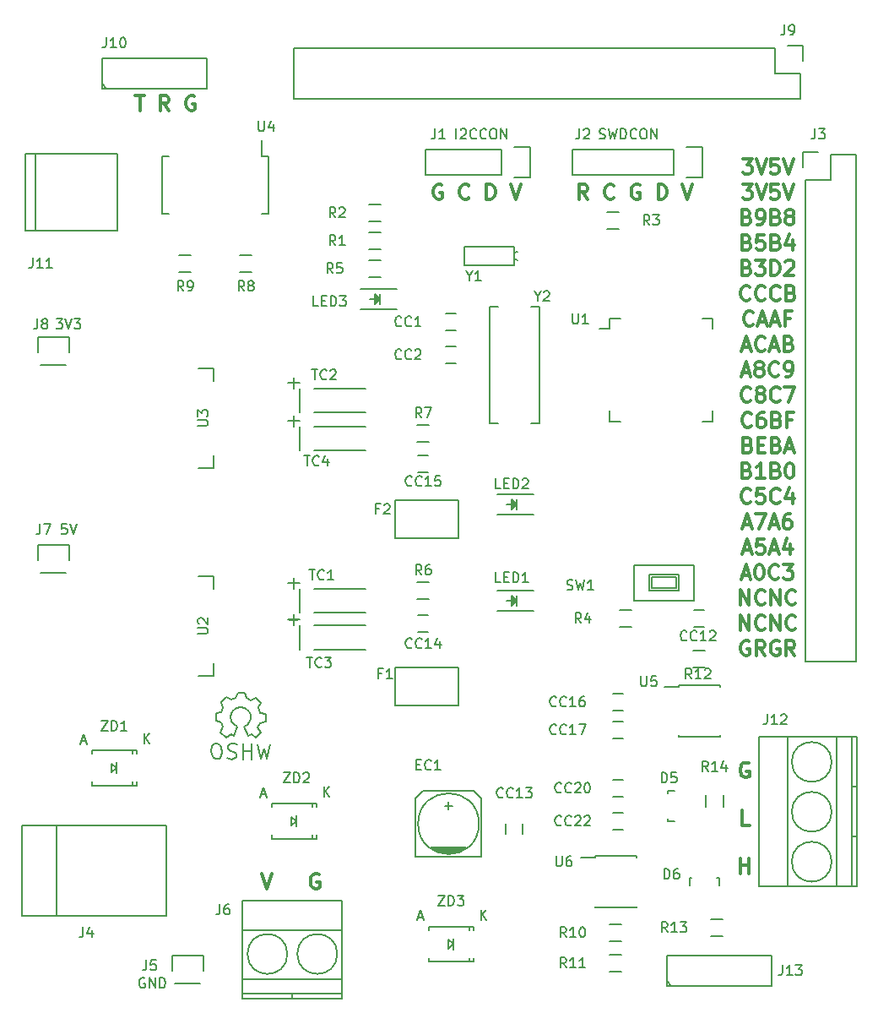
<source format=gto>
G04 #@! TF.FileFunction,Legend,Top*
%FSLAX46Y46*%
G04 Gerber Fmt 4.6, Leading zero omitted, Abs format (unit mm)*
G04 Created by KiCad (PCBNEW 4.0.2+dfsg1-stable) date 2017년 07월 06일 (목) 오전 10시 53분 42초*
%MOMM*%
G01*
G04 APERTURE LIST*
%ADD10C,0.100000*%
%ADD11C,0.300000*%
%ADD12C,0.150000*%
G04 APERTURE END LIST*
D10*
D11*
X87733572Y-32198571D02*
X88590715Y-32198571D01*
X88162144Y-33698571D02*
X88162144Y-32198571D01*
X91090715Y-33698571D02*
X90590715Y-32984286D01*
X90233572Y-33698571D02*
X90233572Y-32198571D01*
X90805000Y-32198571D01*
X90947858Y-32270000D01*
X91019286Y-32341429D01*
X91090715Y-32484286D01*
X91090715Y-32698571D01*
X91019286Y-32841429D01*
X90947858Y-32912857D01*
X90805000Y-32984286D01*
X90233572Y-32984286D01*
X93662143Y-32270000D02*
X93519286Y-32198571D01*
X93305000Y-32198571D01*
X93090715Y-32270000D01*
X92947857Y-32412857D01*
X92876429Y-32555714D01*
X92805000Y-32841429D01*
X92805000Y-33055714D01*
X92876429Y-33341429D01*
X92947857Y-33484286D01*
X93090715Y-33627143D01*
X93305000Y-33698571D01*
X93447857Y-33698571D01*
X93662143Y-33627143D01*
X93733572Y-33555714D01*
X93733572Y-33055714D01*
X93447857Y-33055714D01*
X118455715Y-41160000D02*
X118312858Y-41088571D01*
X118098572Y-41088571D01*
X117884287Y-41160000D01*
X117741429Y-41302857D01*
X117670001Y-41445714D01*
X117598572Y-41731429D01*
X117598572Y-41945714D01*
X117670001Y-42231429D01*
X117741429Y-42374286D01*
X117884287Y-42517143D01*
X118098572Y-42588571D01*
X118241429Y-42588571D01*
X118455715Y-42517143D01*
X118527144Y-42445714D01*
X118527144Y-41945714D01*
X118241429Y-41945714D01*
X121170001Y-42445714D02*
X121098572Y-42517143D01*
X120884286Y-42588571D01*
X120741429Y-42588571D01*
X120527144Y-42517143D01*
X120384286Y-42374286D01*
X120312858Y-42231429D01*
X120241429Y-41945714D01*
X120241429Y-41731429D01*
X120312858Y-41445714D01*
X120384286Y-41302857D01*
X120527144Y-41160000D01*
X120741429Y-41088571D01*
X120884286Y-41088571D01*
X121098572Y-41160000D01*
X121170001Y-41231429D01*
X122955715Y-42588571D02*
X122955715Y-41088571D01*
X123312858Y-41088571D01*
X123527143Y-41160000D01*
X123670001Y-41302857D01*
X123741429Y-41445714D01*
X123812858Y-41731429D01*
X123812858Y-41945714D01*
X123741429Y-42231429D01*
X123670001Y-42374286D01*
X123527143Y-42517143D01*
X123312858Y-42588571D01*
X122955715Y-42588571D01*
X125384286Y-41088571D02*
X125884286Y-42588571D01*
X126384286Y-41088571D01*
X133080715Y-42588571D02*
X132580715Y-41874286D01*
X132223572Y-42588571D02*
X132223572Y-41088571D01*
X132795000Y-41088571D01*
X132937858Y-41160000D01*
X133009286Y-41231429D01*
X133080715Y-41374286D01*
X133080715Y-41588571D01*
X133009286Y-41731429D01*
X132937858Y-41802857D01*
X132795000Y-41874286D01*
X132223572Y-41874286D01*
X135723572Y-42445714D02*
X135652143Y-42517143D01*
X135437857Y-42588571D01*
X135295000Y-42588571D01*
X135080715Y-42517143D01*
X134937857Y-42374286D01*
X134866429Y-42231429D01*
X134795000Y-41945714D01*
X134795000Y-41731429D01*
X134866429Y-41445714D01*
X134937857Y-41302857D01*
X135080715Y-41160000D01*
X135295000Y-41088571D01*
X135437857Y-41088571D01*
X135652143Y-41160000D01*
X135723572Y-41231429D01*
X138295000Y-41160000D02*
X138152143Y-41088571D01*
X137937857Y-41088571D01*
X137723572Y-41160000D01*
X137580714Y-41302857D01*
X137509286Y-41445714D01*
X137437857Y-41731429D01*
X137437857Y-41945714D01*
X137509286Y-42231429D01*
X137580714Y-42374286D01*
X137723572Y-42517143D01*
X137937857Y-42588571D01*
X138080714Y-42588571D01*
X138295000Y-42517143D01*
X138366429Y-42445714D01*
X138366429Y-41945714D01*
X138080714Y-41945714D01*
X140152143Y-42588571D02*
X140152143Y-41088571D01*
X140509286Y-41088571D01*
X140723571Y-41160000D01*
X140866429Y-41302857D01*
X140937857Y-41445714D01*
X141009286Y-41731429D01*
X141009286Y-41945714D01*
X140937857Y-42231429D01*
X140866429Y-42374286D01*
X140723571Y-42517143D01*
X140509286Y-42588571D01*
X140152143Y-42588571D01*
X142580714Y-41088571D02*
X143080714Y-42588571D01*
X143580714Y-41088571D01*
X149272857Y-86880000D02*
X149130000Y-86808571D01*
X148915714Y-86808571D01*
X148701429Y-86880000D01*
X148558571Y-87022857D01*
X148487143Y-87165714D01*
X148415714Y-87451429D01*
X148415714Y-87665714D01*
X148487143Y-87951429D01*
X148558571Y-88094286D01*
X148701429Y-88237143D01*
X148915714Y-88308571D01*
X149058571Y-88308571D01*
X149272857Y-88237143D01*
X149344286Y-88165714D01*
X149344286Y-87665714D01*
X149058571Y-87665714D01*
X150844286Y-88308571D02*
X150344286Y-87594286D01*
X149987143Y-88308571D02*
X149987143Y-86808571D01*
X150558571Y-86808571D01*
X150701429Y-86880000D01*
X150772857Y-86951429D01*
X150844286Y-87094286D01*
X150844286Y-87308571D01*
X150772857Y-87451429D01*
X150701429Y-87522857D01*
X150558571Y-87594286D01*
X149987143Y-87594286D01*
X152272857Y-86880000D02*
X152130000Y-86808571D01*
X151915714Y-86808571D01*
X151701429Y-86880000D01*
X151558571Y-87022857D01*
X151487143Y-87165714D01*
X151415714Y-87451429D01*
X151415714Y-87665714D01*
X151487143Y-87951429D01*
X151558571Y-88094286D01*
X151701429Y-88237143D01*
X151915714Y-88308571D01*
X152058571Y-88308571D01*
X152272857Y-88237143D01*
X152344286Y-88165714D01*
X152344286Y-87665714D01*
X152058571Y-87665714D01*
X153844286Y-88308571D02*
X153344286Y-87594286D01*
X152987143Y-88308571D02*
X152987143Y-86808571D01*
X153558571Y-86808571D01*
X153701429Y-86880000D01*
X153772857Y-86951429D01*
X153844286Y-87094286D01*
X153844286Y-87308571D01*
X153772857Y-87451429D01*
X153701429Y-87522857D01*
X153558571Y-87594286D01*
X152987143Y-87594286D01*
X148415714Y-85768571D02*
X148415714Y-84268571D01*
X149272857Y-85768571D01*
X149272857Y-84268571D01*
X150844286Y-85625714D02*
X150772857Y-85697143D01*
X150558571Y-85768571D01*
X150415714Y-85768571D01*
X150201429Y-85697143D01*
X150058571Y-85554286D01*
X149987143Y-85411429D01*
X149915714Y-85125714D01*
X149915714Y-84911429D01*
X149987143Y-84625714D01*
X150058571Y-84482857D01*
X150201429Y-84340000D01*
X150415714Y-84268571D01*
X150558571Y-84268571D01*
X150772857Y-84340000D01*
X150844286Y-84411429D01*
X151487143Y-85768571D02*
X151487143Y-84268571D01*
X152344286Y-85768571D01*
X152344286Y-84268571D01*
X153915715Y-85625714D02*
X153844286Y-85697143D01*
X153630000Y-85768571D01*
X153487143Y-85768571D01*
X153272858Y-85697143D01*
X153130000Y-85554286D01*
X153058572Y-85411429D01*
X152987143Y-85125714D01*
X152987143Y-84911429D01*
X153058572Y-84625714D01*
X153130000Y-84482857D01*
X153272858Y-84340000D01*
X153487143Y-84268571D01*
X153630000Y-84268571D01*
X153844286Y-84340000D01*
X153915715Y-84411429D01*
X148415714Y-83228571D02*
X148415714Y-81728571D01*
X149272857Y-83228571D01*
X149272857Y-81728571D01*
X150844286Y-83085714D02*
X150772857Y-83157143D01*
X150558571Y-83228571D01*
X150415714Y-83228571D01*
X150201429Y-83157143D01*
X150058571Y-83014286D01*
X149987143Y-82871429D01*
X149915714Y-82585714D01*
X149915714Y-82371429D01*
X149987143Y-82085714D01*
X150058571Y-81942857D01*
X150201429Y-81800000D01*
X150415714Y-81728571D01*
X150558571Y-81728571D01*
X150772857Y-81800000D01*
X150844286Y-81871429D01*
X151487143Y-83228571D02*
X151487143Y-81728571D01*
X152344286Y-83228571D01*
X152344286Y-81728571D01*
X153915715Y-83085714D02*
X153844286Y-83157143D01*
X153630000Y-83228571D01*
X153487143Y-83228571D01*
X153272858Y-83157143D01*
X153130000Y-83014286D01*
X153058572Y-82871429D01*
X152987143Y-82585714D01*
X152987143Y-82371429D01*
X153058572Y-82085714D01*
X153130000Y-81942857D01*
X153272858Y-81800000D01*
X153487143Y-81728571D01*
X153630000Y-81728571D01*
X153844286Y-81800000D01*
X153915715Y-81871429D01*
X148594286Y-80260000D02*
X149308572Y-80260000D01*
X148451429Y-80688571D02*
X148951429Y-79188571D01*
X149451429Y-80688571D01*
X150237143Y-79188571D02*
X150380000Y-79188571D01*
X150522857Y-79260000D01*
X150594286Y-79331429D01*
X150665715Y-79474286D01*
X150737143Y-79760000D01*
X150737143Y-80117143D01*
X150665715Y-80402857D01*
X150594286Y-80545714D01*
X150522857Y-80617143D01*
X150380000Y-80688571D01*
X150237143Y-80688571D01*
X150094286Y-80617143D01*
X150022857Y-80545714D01*
X149951429Y-80402857D01*
X149880000Y-80117143D01*
X149880000Y-79760000D01*
X149951429Y-79474286D01*
X150022857Y-79331429D01*
X150094286Y-79260000D01*
X150237143Y-79188571D01*
X152237143Y-80545714D02*
X152165714Y-80617143D01*
X151951428Y-80688571D01*
X151808571Y-80688571D01*
X151594286Y-80617143D01*
X151451428Y-80474286D01*
X151380000Y-80331429D01*
X151308571Y-80045714D01*
X151308571Y-79831429D01*
X151380000Y-79545714D01*
X151451428Y-79402857D01*
X151594286Y-79260000D01*
X151808571Y-79188571D01*
X151951428Y-79188571D01*
X152165714Y-79260000D01*
X152237143Y-79331429D01*
X152737143Y-79188571D02*
X153665714Y-79188571D01*
X153165714Y-79760000D01*
X153380000Y-79760000D01*
X153522857Y-79831429D01*
X153594286Y-79902857D01*
X153665714Y-80045714D01*
X153665714Y-80402857D01*
X153594286Y-80545714D01*
X153522857Y-80617143D01*
X153380000Y-80688571D01*
X152951428Y-80688571D01*
X152808571Y-80617143D01*
X152737143Y-80545714D01*
X148701429Y-77720000D02*
X149415715Y-77720000D01*
X148558572Y-78148571D02*
X149058572Y-76648571D01*
X149558572Y-78148571D01*
X150772858Y-76648571D02*
X150058572Y-76648571D01*
X149987143Y-77362857D01*
X150058572Y-77291429D01*
X150201429Y-77220000D01*
X150558572Y-77220000D01*
X150701429Y-77291429D01*
X150772858Y-77362857D01*
X150844286Y-77505714D01*
X150844286Y-77862857D01*
X150772858Y-78005714D01*
X150701429Y-78077143D01*
X150558572Y-78148571D01*
X150201429Y-78148571D01*
X150058572Y-78077143D01*
X149987143Y-78005714D01*
X151415714Y-77720000D02*
X152130000Y-77720000D01*
X151272857Y-78148571D02*
X151772857Y-76648571D01*
X152272857Y-78148571D01*
X153415714Y-77148571D02*
X153415714Y-78148571D01*
X153058571Y-76577143D02*
X152701428Y-77648571D01*
X153630000Y-77648571D01*
X148701429Y-75180000D02*
X149415715Y-75180000D01*
X148558572Y-75608571D02*
X149058572Y-74108571D01*
X149558572Y-75608571D01*
X149915715Y-74108571D02*
X150915715Y-74108571D01*
X150272858Y-75608571D01*
X151415714Y-75180000D02*
X152130000Y-75180000D01*
X151272857Y-75608571D02*
X151772857Y-74108571D01*
X152272857Y-75608571D01*
X153415714Y-74108571D02*
X153130000Y-74108571D01*
X152987143Y-74180000D01*
X152915714Y-74251429D01*
X152772857Y-74465714D01*
X152701428Y-74751429D01*
X152701428Y-75322857D01*
X152772857Y-75465714D01*
X152844285Y-75537143D01*
X152987143Y-75608571D01*
X153272857Y-75608571D01*
X153415714Y-75537143D01*
X153487143Y-75465714D01*
X153558571Y-75322857D01*
X153558571Y-74965714D01*
X153487143Y-74822857D01*
X153415714Y-74751429D01*
X153272857Y-74680000D01*
X152987143Y-74680000D01*
X152844285Y-74751429D01*
X152772857Y-74822857D01*
X152701428Y-74965714D01*
X149415715Y-72925714D02*
X149344286Y-72997143D01*
X149130000Y-73068571D01*
X148987143Y-73068571D01*
X148772858Y-72997143D01*
X148630000Y-72854286D01*
X148558572Y-72711429D01*
X148487143Y-72425714D01*
X148487143Y-72211429D01*
X148558572Y-71925714D01*
X148630000Y-71782857D01*
X148772858Y-71640000D01*
X148987143Y-71568571D01*
X149130000Y-71568571D01*
X149344286Y-71640000D01*
X149415715Y-71711429D01*
X150772858Y-71568571D02*
X150058572Y-71568571D01*
X149987143Y-72282857D01*
X150058572Y-72211429D01*
X150201429Y-72140000D01*
X150558572Y-72140000D01*
X150701429Y-72211429D01*
X150772858Y-72282857D01*
X150844286Y-72425714D01*
X150844286Y-72782857D01*
X150772858Y-72925714D01*
X150701429Y-72997143D01*
X150558572Y-73068571D01*
X150201429Y-73068571D01*
X150058572Y-72997143D01*
X149987143Y-72925714D01*
X152344286Y-72925714D02*
X152272857Y-72997143D01*
X152058571Y-73068571D01*
X151915714Y-73068571D01*
X151701429Y-72997143D01*
X151558571Y-72854286D01*
X151487143Y-72711429D01*
X151415714Y-72425714D01*
X151415714Y-72211429D01*
X151487143Y-71925714D01*
X151558571Y-71782857D01*
X151701429Y-71640000D01*
X151915714Y-71568571D01*
X152058571Y-71568571D01*
X152272857Y-71640000D01*
X152344286Y-71711429D01*
X153630000Y-72068571D02*
X153630000Y-73068571D01*
X153272857Y-71497143D02*
X152915714Y-72568571D01*
X153844286Y-72568571D01*
X149058572Y-69742857D02*
X149272858Y-69814286D01*
X149344286Y-69885714D01*
X149415715Y-70028571D01*
X149415715Y-70242857D01*
X149344286Y-70385714D01*
X149272858Y-70457143D01*
X149130000Y-70528571D01*
X148558572Y-70528571D01*
X148558572Y-69028571D01*
X149058572Y-69028571D01*
X149201429Y-69100000D01*
X149272858Y-69171429D01*
X149344286Y-69314286D01*
X149344286Y-69457143D01*
X149272858Y-69600000D01*
X149201429Y-69671429D01*
X149058572Y-69742857D01*
X148558572Y-69742857D01*
X150844286Y-70528571D02*
X149987143Y-70528571D01*
X150415715Y-70528571D02*
X150415715Y-69028571D01*
X150272858Y-69242857D01*
X150130000Y-69385714D01*
X149987143Y-69457143D01*
X151987143Y-69742857D02*
X152201429Y-69814286D01*
X152272857Y-69885714D01*
X152344286Y-70028571D01*
X152344286Y-70242857D01*
X152272857Y-70385714D01*
X152201429Y-70457143D01*
X152058571Y-70528571D01*
X151487143Y-70528571D01*
X151487143Y-69028571D01*
X151987143Y-69028571D01*
X152130000Y-69100000D01*
X152201429Y-69171429D01*
X152272857Y-69314286D01*
X152272857Y-69457143D01*
X152201429Y-69600000D01*
X152130000Y-69671429D01*
X151987143Y-69742857D01*
X151487143Y-69742857D01*
X153272857Y-69028571D02*
X153415714Y-69028571D01*
X153558571Y-69100000D01*
X153630000Y-69171429D01*
X153701429Y-69314286D01*
X153772857Y-69600000D01*
X153772857Y-69957143D01*
X153701429Y-70242857D01*
X153630000Y-70385714D01*
X153558571Y-70457143D01*
X153415714Y-70528571D01*
X153272857Y-70528571D01*
X153130000Y-70457143D01*
X153058571Y-70385714D01*
X152987143Y-70242857D01*
X152915714Y-69957143D01*
X152915714Y-69600000D01*
X152987143Y-69314286D01*
X153058571Y-69171429D01*
X153130000Y-69100000D01*
X153272857Y-69028571D01*
X149165715Y-67202857D02*
X149380001Y-67274286D01*
X149451429Y-67345714D01*
X149522858Y-67488571D01*
X149522858Y-67702857D01*
X149451429Y-67845714D01*
X149380001Y-67917143D01*
X149237143Y-67988571D01*
X148665715Y-67988571D01*
X148665715Y-66488571D01*
X149165715Y-66488571D01*
X149308572Y-66560000D01*
X149380001Y-66631429D01*
X149451429Y-66774286D01*
X149451429Y-66917143D01*
X149380001Y-67060000D01*
X149308572Y-67131429D01*
X149165715Y-67202857D01*
X148665715Y-67202857D01*
X150165715Y-67202857D02*
X150665715Y-67202857D01*
X150880001Y-67988571D02*
X150165715Y-67988571D01*
X150165715Y-66488571D01*
X150880001Y-66488571D01*
X152022858Y-67202857D02*
X152237144Y-67274286D01*
X152308572Y-67345714D01*
X152380001Y-67488571D01*
X152380001Y-67702857D01*
X152308572Y-67845714D01*
X152237144Y-67917143D01*
X152094286Y-67988571D01*
X151522858Y-67988571D01*
X151522858Y-66488571D01*
X152022858Y-66488571D01*
X152165715Y-66560000D01*
X152237144Y-66631429D01*
X152308572Y-66774286D01*
X152308572Y-66917143D01*
X152237144Y-67060000D01*
X152165715Y-67131429D01*
X152022858Y-67202857D01*
X151522858Y-67202857D01*
X152951429Y-67560000D02*
X153665715Y-67560000D01*
X152808572Y-67988571D02*
X153308572Y-66488571D01*
X153808572Y-67988571D01*
X149487144Y-65305714D02*
X149415715Y-65377143D01*
X149201429Y-65448571D01*
X149058572Y-65448571D01*
X148844287Y-65377143D01*
X148701429Y-65234286D01*
X148630001Y-65091429D01*
X148558572Y-64805714D01*
X148558572Y-64591429D01*
X148630001Y-64305714D01*
X148701429Y-64162857D01*
X148844287Y-64020000D01*
X149058572Y-63948571D01*
X149201429Y-63948571D01*
X149415715Y-64020000D01*
X149487144Y-64091429D01*
X150772858Y-63948571D02*
X150487144Y-63948571D01*
X150344287Y-64020000D01*
X150272858Y-64091429D01*
X150130001Y-64305714D01*
X150058572Y-64591429D01*
X150058572Y-65162857D01*
X150130001Y-65305714D01*
X150201429Y-65377143D01*
X150344287Y-65448571D01*
X150630001Y-65448571D01*
X150772858Y-65377143D01*
X150844287Y-65305714D01*
X150915715Y-65162857D01*
X150915715Y-64805714D01*
X150844287Y-64662857D01*
X150772858Y-64591429D01*
X150630001Y-64520000D01*
X150344287Y-64520000D01*
X150201429Y-64591429D01*
X150130001Y-64662857D01*
X150058572Y-64805714D01*
X152058572Y-64662857D02*
X152272858Y-64734286D01*
X152344286Y-64805714D01*
X152415715Y-64948571D01*
X152415715Y-65162857D01*
X152344286Y-65305714D01*
X152272858Y-65377143D01*
X152130000Y-65448571D01*
X151558572Y-65448571D01*
X151558572Y-63948571D01*
X152058572Y-63948571D01*
X152201429Y-64020000D01*
X152272858Y-64091429D01*
X152344286Y-64234286D01*
X152344286Y-64377143D01*
X152272858Y-64520000D01*
X152201429Y-64591429D01*
X152058572Y-64662857D01*
X151558572Y-64662857D01*
X153558572Y-64662857D02*
X153058572Y-64662857D01*
X153058572Y-65448571D02*
X153058572Y-63948571D01*
X153772858Y-63948571D01*
X149415715Y-62765714D02*
X149344286Y-62837143D01*
X149130000Y-62908571D01*
X148987143Y-62908571D01*
X148772858Y-62837143D01*
X148630000Y-62694286D01*
X148558572Y-62551429D01*
X148487143Y-62265714D01*
X148487143Y-62051429D01*
X148558572Y-61765714D01*
X148630000Y-61622857D01*
X148772858Y-61480000D01*
X148987143Y-61408571D01*
X149130000Y-61408571D01*
X149344286Y-61480000D01*
X149415715Y-61551429D01*
X150272858Y-62051429D02*
X150130000Y-61980000D01*
X150058572Y-61908571D01*
X149987143Y-61765714D01*
X149987143Y-61694286D01*
X150058572Y-61551429D01*
X150130000Y-61480000D01*
X150272858Y-61408571D01*
X150558572Y-61408571D01*
X150701429Y-61480000D01*
X150772858Y-61551429D01*
X150844286Y-61694286D01*
X150844286Y-61765714D01*
X150772858Y-61908571D01*
X150701429Y-61980000D01*
X150558572Y-62051429D01*
X150272858Y-62051429D01*
X150130000Y-62122857D01*
X150058572Y-62194286D01*
X149987143Y-62337143D01*
X149987143Y-62622857D01*
X150058572Y-62765714D01*
X150130000Y-62837143D01*
X150272858Y-62908571D01*
X150558572Y-62908571D01*
X150701429Y-62837143D01*
X150772858Y-62765714D01*
X150844286Y-62622857D01*
X150844286Y-62337143D01*
X150772858Y-62194286D01*
X150701429Y-62122857D01*
X150558572Y-62051429D01*
X152344286Y-62765714D02*
X152272857Y-62837143D01*
X152058571Y-62908571D01*
X151915714Y-62908571D01*
X151701429Y-62837143D01*
X151558571Y-62694286D01*
X151487143Y-62551429D01*
X151415714Y-62265714D01*
X151415714Y-62051429D01*
X151487143Y-61765714D01*
X151558571Y-61622857D01*
X151701429Y-61480000D01*
X151915714Y-61408571D01*
X152058571Y-61408571D01*
X152272857Y-61480000D01*
X152344286Y-61551429D01*
X152844286Y-61408571D02*
X153844286Y-61408571D01*
X153201429Y-62908571D01*
X148594286Y-59940000D02*
X149308572Y-59940000D01*
X148451429Y-60368571D02*
X148951429Y-58868571D01*
X149451429Y-60368571D01*
X150165715Y-59511429D02*
X150022857Y-59440000D01*
X149951429Y-59368571D01*
X149880000Y-59225714D01*
X149880000Y-59154286D01*
X149951429Y-59011429D01*
X150022857Y-58940000D01*
X150165715Y-58868571D01*
X150451429Y-58868571D01*
X150594286Y-58940000D01*
X150665715Y-59011429D01*
X150737143Y-59154286D01*
X150737143Y-59225714D01*
X150665715Y-59368571D01*
X150594286Y-59440000D01*
X150451429Y-59511429D01*
X150165715Y-59511429D01*
X150022857Y-59582857D01*
X149951429Y-59654286D01*
X149880000Y-59797143D01*
X149880000Y-60082857D01*
X149951429Y-60225714D01*
X150022857Y-60297143D01*
X150165715Y-60368571D01*
X150451429Y-60368571D01*
X150594286Y-60297143D01*
X150665715Y-60225714D01*
X150737143Y-60082857D01*
X150737143Y-59797143D01*
X150665715Y-59654286D01*
X150594286Y-59582857D01*
X150451429Y-59511429D01*
X152237143Y-60225714D02*
X152165714Y-60297143D01*
X151951428Y-60368571D01*
X151808571Y-60368571D01*
X151594286Y-60297143D01*
X151451428Y-60154286D01*
X151380000Y-60011429D01*
X151308571Y-59725714D01*
X151308571Y-59511429D01*
X151380000Y-59225714D01*
X151451428Y-59082857D01*
X151594286Y-58940000D01*
X151808571Y-58868571D01*
X151951428Y-58868571D01*
X152165714Y-58940000D01*
X152237143Y-59011429D01*
X152951428Y-60368571D02*
X153237143Y-60368571D01*
X153380000Y-60297143D01*
X153451428Y-60225714D01*
X153594286Y-60011429D01*
X153665714Y-59725714D01*
X153665714Y-59154286D01*
X153594286Y-59011429D01*
X153522857Y-58940000D01*
X153380000Y-58868571D01*
X153094286Y-58868571D01*
X152951428Y-58940000D01*
X152880000Y-59011429D01*
X152808571Y-59154286D01*
X152808571Y-59511429D01*
X152880000Y-59654286D01*
X152951428Y-59725714D01*
X153094286Y-59797143D01*
X153380000Y-59797143D01*
X153522857Y-59725714D01*
X153594286Y-59654286D01*
X153665714Y-59511429D01*
X148630000Y-57400000D02*
X149344286Y-57400000D01*
X148487143Y-57828571D02*
X148987143Y-56328571D01*
X149487143Y-57828571D01*
X150844286Y-57685714D02*
X150772857Y-57757143D01*
X150558571Y-57828571D01*
X150415714Y-57828571D01*
X150201429Y-57757143D01*
X150058571Y-57614286D01*
X149987143Y-57471429D01*
X149915714Y-57185714D01*
X149915714Y-56971429D01*
X149987143Y-56685714D01*
X150058571Y-56542857D01*
X150201429Y-56400000D01*
X150415714Y-56328571D01*
X150558571Y-56328571D01*
X150772857Y-56400000D01*
X150844286Y-56471429D01*
X151415714Y-57400000D02*
X152130000Y-57400000D01*
X151272857Y-57828571D02*
X151772857Y-56328571D01*
X152272857Y-57828571D01*
X153272857Y-57042857D02*
X153487143Y-57114286D01*
X153558571Y-57185714D01*
X153630000Y-57328571D01*
X153630000Y-57542857D01*
X153558571Y-57685714D01*
X153487143Y-57757143D01*
X153344285Y-57828571D01*
X152772857Y-57828571D01*
X152772857Y-56328571D01*
X153272857Y-56328571D01*
X153415714Y-56400000D01*
X153487143Y-56471429D01*
X153558571Y-56614286D01*
X153558571Y-56757143D01*
X153487143Y-56900000D01*
X153415714Y-56971429D01*
X153272857Y-57042857D01*
X152772857Y-57042857D01*
X149665715Y-55145714D02*
X149594286Y-55217143D01*
X149380000Y-55288571D01*
X149237143Y-55288571D01*
X149022858Y-55217143D01*
X148880000Y-55074286D01*
X148808572Y-54931429D01*
X148737143Y-54645714D01*
X148737143Y-54431429D01*
X148808572Y-54145714D01*
X148880000Y-54002857D01*
X149022858Y-53860000D01*
X149237143Y-53788571D01*
X149380000Y-53788571D01*
X149594286Y-53860000D01*
X149665715Y-53931429D01*
X150237143Y-54860000D02*
X150951429Y-54860000D01*
X150094286Y-55288571D02*
X150594286Y-53788571D01*
X151094286Y-55288571D01*
X151522857Y-54860000D02*
X152237143Y-54860000D01*
X151380000Y-55288571D02*
X151880000Y-53788571D01*
X152380000Y-55288571D01*
X153380000Y-54502857D02*
X152880000Y-54502857D01*
X152880000Y-55288571D02*
X152880000Y-53788571D01*
X153594286Y-53788571D01*
X149344286Y-52605714D02*
X149272857Y-52677143D01*
X149058571Y-52748571D01*
X148915714Y-52748571D01*
X148701429Y-52677143D01*
X148558571Y-52534286D01*
X148487143Y-52391429D01*
X148415714Y-52105714D01*
X148415714Y-51891429D01*
X148487143Y-51605714D01*
X148558571Y-51462857D01*
X148701429Y-51320000D01*
X148915714Y-51248571D01*
X149058571Y-51248571D01*
X149272857Y-51320000D01*
X149344286Y-51391429D01*
X150844286Y-52605714D02*
X150772857Y-52677143D01*
X150558571Y-52748571D01*
X150415714Y-52748571D01*
X150201429Y-52677143D01*
X150058571Y-52534286D01*
X149987143Y-52391429D01*
X149915714Y-52105714D01*
X149915714Y-51891429D01*
X149987143Y-51605714D01*
X150058571Y-51462857D01*
X150201429Y-51320000D01*
X150415714Y-51248571D01*
X150558571Y-51248571D01*
X150772857Y-51320000D01*
X150844286Y-51391429D01*
X152344286Y-52605714D02*
X152272857Y-52677143D01*
X152058571Y-52748571D01*
X151915714Y-52748571D01*
X151701429Y-52677143D01*
X151558571Y-52534286D01*
X151487143Y-52391429D01*
X151415714Y-52105714D01*
X151415714Y-51891429D01*
X151487143Y-51605714D01*
X151558571Y-51462857D01*
X151701429Y-51320000D01*
X151915714Y-51248571D01*
X152058571Y-51248571D01*
X152272857Y-51320000D01*
X152344286Y-51391429D01*
X153487143Y-51962857D02*
X153701429Y-52034286D01*
X153772857Y-52105714D01*
X153844286Y-52248571D01*
X153844286Y-52462857D01*
X153772857Y-52605714D01*
X153701429Y-52677143D01*
X153558571Y-52748571D01*
X152987143Y-52748571D01*
X152987143Y-51248571D01*
X153487143Y-51248571D01*
X153630000Y-51320000D01*
X153701429Y-51391429D01*
X153772857Y-51534286D01*
X153772857Y-51677143D01*
X153701429Y-51820000D01*
X153630000Y-51891429D01*
X153487143Y-51962857D01*
X152987143Y-51962857D01*
X149058572Y-49422857D02*
X149272858Y-49494286D01*
X149344286Y-49565714D01*
X149415715Y-49708571D01*
X149415715Y-49922857D01*
X149344286Y-50065714D01*
X149272858Y-50137143D01*
X149130000Y-50208571D01*
X148558572Y-50208571D01*
X148558572Y-48708571D01*
X149058572Y-48708571D01*
X149201429Y-48780000D01*
X149272858Y-48851429D01*
X149344286Y-48994286D01*
X149344286Y-49137143D01*
X149272858Y-49280000D01*
X149201429Y-49351429D01*
X149058572Y-49422857D01*
X148558572Y-49422857D01*
X149915715Y-48708571D02*
X150844286Y-48708571D01*
X150344286Y-49280000D01*
X150558572Y-49280000D01*
X150701429Y-49351429D01*
X150772858Y-49422857D01*
X150844286Y-49565714D01*
X150844286Y-49922857D01*
X150772858Y-50065714D01*
X150701429Y-50137143D01*
X150558572Y-50208571D01*
X150130000Y-50208571D01*
X149987143Y-50137143D01*
X149915715Y-50065714D01*
X151487143Y-50208571D02*
X151487143Y-48708571D01*
X151844286Y-48708571D01*
X152058571Y-48780000D01*
X152201429Y-48922857D01*
X152272857Y-49065714D01*
X152344286Y-49351429D01*
X152344286Y-49565714D01*
X152272857Y-49851429D01*
X152201429Y-49994286D01*
X152058571Y-50137143D01*
X151844286Y-50208571D01*
X151487143Y-50208571D01*
X152915714Y-48851429D02*
X152987143Y-48780000D01*
X153130000Y-48708571D01*
X153487143Y-48708571D01*
X153630000Y-48780000D01*
X153701429Y-48851429D01*
X153772857Y-48994286D01*
X153772857Y-49137143D01*
X153701429Y-49351429D01*
X152844286Y-50208571D01*
X153772857Y-50208571D01*
X149058572Y-46882857D02*
X149272858Y-46954286D01*
X149344286Y-47025714D01*
X149415715Y-47168571D01*
X149415715Y-47382857D01*
X149344286Y-47525714D01*
X149272858Y-47597143D01*
X149130000Y-47668571D01*
X148558572Y-47668571D01*
X148558572Y-46168571D01*
X149058572Y-46168571D01*
X149201429Y-46240000D01*
X149272858Y-46311429D01*
X149344286Y-46454286D01*
X149344286Y-46597143D01*
X149272858Y-46740000D01*
X149201429Y-46811429D01*
X149058572Y-46882857D01*
X148558572Y-46882857D01*
X150772858Y-46168571D02*
X150058572Y-46168571D01*
X149987143Y-46882857D01*
X150058572Y-46811429D01*
X150201429Y-46740000D01*
X150558572Y-46740000D01*
X150701429Y-46811429D01*
X150772858Y-46882857D01*
X150844286Y-47025714D01*
X150844286Y-47382857D01*
X150772858Y-47525714D01*
X150701429Y-47597143D01*
X150558572Y-47668571D01*
X150201429Y-47668571D01*
X150058572Y-47597143D01*
X149987143Y-47525714D01*
X151987143Y-46882857D02*
X152201429Y-46954286D01*
X152272857Y-47025714D01*
X152344286Y-47168571D01*
X152344286Y-47382857D01*
X152272857Y-47525714D01*
X152201429Y-47597143D01*
X152058571Y-47668571D01*
X151487143Y-47668571D01*
X151487143Y-46168571D01*
X151987143Y-46168571D01*
X152130000Y-46240000D01*
X152201429Y-46311429D01*
X152272857Y-46454286D01*
X152272857Y-46597143D01*
X152201429Y-46740000D01*
X152130000Y-46811429D01*
X151987143Y-46882857D01*
X151487143Y-46882857D01*
X153630000Y-46668571D02*
X153630000Y-47668571D01*
X153272857Y-46097143D02*
X152915714Y-47168571D01*
X153844286Y-47168571D01*
X149058572Y-44342857D02*
X149272858Y-44414286D01*
X149344286Y-44485714D01*
X149415715Y-44628571D01*
X149415715Y-44842857D01*
X149344286Y-44985714D01*
X149272858Y-45057143D01*
X149130000Y-45128571D01*
X148558572Y-45128571D01*
X148558572Y-43628571D01*
X149058572Y-43628571D01*
X149201429Y-43700000D01*
X149272858Y-43771429D01*
X149344286Y-43914286D01*
X149344286Y-44057143D01*
X149272858Y-44200000D01*
X149201429Y-44271429D01*
X149058572Y-44342857D01*
X148558572Y-44342857D01*
X150130000Y-45128571D02*
X150415715Y-45128571D01*
X150558572Y-45057143D01*
X150630000Y-44985714D01*
X150772858Y-44771429D01*
X150844286Y-44485714D01*
X150844286Y-43914286D01*
X150772858Y-43771429D01*
X150701429Y-43700000D01*
X150558572Y-43628571D01*
X150272858Y-43628571D01*
X150130000Y-43700000D01*
X150058572Y-43771429D01*
X149987143Y-43914286D01*
X149987143Y-44271429D01*
X150058572Y-44414286D01*
X150130000Y-44485714D01*
X150272858Y-44557143D01*
X150558572Y-44557143D01*
X150701429Y-44485714D01*
X150772858Y-44414286D01*
X150844286Y-44271429D01*
X151987143Y-44342857D02*
X152201429Y-44414286D01*
X152272857Y-44485714D01*
X152344286Y-44628571D01*
X152344286Y-44842857D01*
X152272857Y-44985714D01*
X152201429Y-45057143D01*
X152058571Y-45128571D01*
X151487143Y-45128571D01*
X151487143Y-43628571D01*
X151987143Y-43628571D01*
X152130000Y-43700000D01*
X152201429Y-43771429D01*
X152272857Y-43914286D01*
X152272857Y-44057143D01*
X152201429Y-44200000D01*
X152130000Y-44271429D01*
X151987143Y-44342857D01*
X151487143Y-44342857D01*
X153201429Y-44271429D02*
X153058571Y-44200000D01*
X152987143Y-44128571D01*
X152915714Y-43985714D01*
X152915714Y-43914286D01*
X152987143Y-43771429D01*
X153058571Y-43700000D01*
X153201429Y-43628571D01*
X153487143Y-43628571D01*
X153630000Y-43700000D01*
X153701429Y-43771429D01*
X153772857Y-43914286D01*
X153772857Y-43985714D01*
X153701429Y-44128571D01*
X153630000Y-44200000D01*
X153487143Y-44271429D01*
X153201429Y-44271429D01*
X153058571Y-44342857D01*
X152987143Y-44414286D01*
X152915714Y-44557143D01*
X152915714Y-44842857D01*
X152987143Y-44985714D01*
X153058571Y-45057143D01*
X153201429Y-45128571D01*
X153487143Y-45128571D01*
X153630000Y-45057143D01*
X153701429Y-44985714D01*
X153772857Y-44842857D01*
X153772857Y-44557143D01*
X153701429Y-44414286D01*
X153630000Y-44342857D01*
X153487143Y-44271429D01*
X148630001Y-41088571D02*
X149558572Y-41088571D01*
X149058572Y-41660000D01*
X149272858Y-41660000D01*
X149415715Y-41731429D01*
X149487144Y-41802857D01*
X149558572Y-41945714D01*
X149558572Y-42302857D01*
X149487144Y-42445714D01*
X149415715Y-42517143D01*
X149272858Y-42588571D01*
X148844286Y-42588571D01*
X148701429Y-42517143D01*
X148630001Y-42445714D01*
X149987143Y-41088571D02*
X150487143Y-42588571D01*
X150987143Y-41088571D01*
X152201429Y-41088571D02*
X151487143Y-41088571D01*
X151415714Y-41802857D01*
X151487143Y-41731429D01*
X151630000Y-41660000D01*
X151987143Y-41660000D01*
X152130000Y-41731429D01*
X152201429Y-41802857D01*
X152272857Y-41945714D01*
X152272857Y-42302857D01*
X152201429Y-42445714D01*
X152130000Y-42517143D01*
X151987143Y-42588571D01*
X151630000Y-42588571D01*
X151487143Y-42517143D01*
X151415714Y-42445714D01*
X152701428Y-41088571D02*
X153201428Y-42588571D01*
X153701428Y-41088571D01*
X148630001Y-38548571D02*
X149558572Y-38548571D01*
X149058572Y-39120000D01*
X149272858Y-39120000D01*
X149415715Y-39191429D01*
X149487144Y-39262857D01*
X149558572Y-39405714D01*
X149558572Y-39762857D01*
X149487144Y-39905714D01*
X149415715Y-39977143D01*
X149272858Y-40048571D01*
X148844286Y-40048571D01*
X148701429Y-39977143D01*
X148630001Y-39905714D01*
X149987143Y-38548571D02*
X150487143Y-40048571D01*
X150987143Y-38548571D01*
X152201429Y-38548571D02*
X151487143Y-38548571D01*
X151415714Y-39262857D01*
X151487143Y-39191429D01*
X151630000Y-39120000D01*
X151987143Y-39120000D01*
X152130000Y-39191429D01*
X152201429Y-39262857D01*
X152272857Y-39405714D01*
X152272857Y-39762857D01*
X152201429Y-39905714D01*
X152130000Y-39977143D01*
X151987143Y-40048571D01*
X151630000Y-40048571D01*
X151487143Y-39977143D01*
X151415714Y-39905714D01*
X152701428Y-38548571D02*
X153201428Y-40048571D01*
X153701428Y-38548571D01*
X100413715Y-110176571D02*
X100913715Y-111676571D01*
X101413715Y-110176571D01*
X106128000Y-110248000D02*
X105985143Y-110176571D01*
X105770857Y-110176571D01*
X105556572Y-110248000D01*
X105413714Y-110390857D01*
X105342286Y-110533714D01*
X105270857Y-110819429D01*
X105270857Y-111033714D01*
X105342286Y-111319429D01*
X105413714Y-111462286D01*
X105556572Y-111605143D01*
X105770857Y-111676571D01*
X105913714Y-111676571D01*
X106128000Y-111605143D01*
X106199429Y-111533714D01*
X106199429Y-111033714D01*
X105913714Y-111033714D01*
X149236857Y-99098000D02*
X149094000Y-99026571D01*
X148879714Y-99026571D01*
X148665429Y-99098000D01*
X148522571Y-99240857D01*
X148451143Y-99383714D01*
X148379714Y-99669429D01*
X148379714Y-99883714D01*
X148451143Y-100169429D01*
X148522571Y-100312286D01*
X148665429Y-100455143D01*
X148879714Y-100526571D01*
X149022571Y-100526571D01*
X149236857Y-100455143D01*
X149308286Y-100383714D01*
X149308286Y-99883714D01*
X149022571Y-99883714D01*
X149308286Y-105326571D02*
X148594000Y-105326571D01*
X148594000Y-103826571D01*
X148415429Y-110126571D02*
X148415429Y-108626571D01*
X148415429Y-109340857D02*
X149272572Y-109340857D01*
X149272572Y-110126571D02*
X149272572Y-108626571D01*
D12*
X99966780Y-97177860D02*
X100327460Y-98648520D01*
X100327460Y-98648520D02*
X100606860Y-97586800D01*
X100606860Y-97586800D02*
X100916740Y-98658680D01*
X100916740Y-98658680D02*
X101257100Y-97208340D01*
X98546920Y-97868740D02*
X99336860Y-97858580D01*
X99336860Y-97858580D02*
X99347020Y-97868740D01*
X99347020Y-97868740D02*
X99347020Y-97858580D01*
X99387660Y-97147380D02*
X99387660Y-98689160D01*
X98498660Y-97137220D02*
X98498660Y-98706940D01*
X98498660Y-98706940D02*
X98508820Y-98696780D01*
X97947480Y-97238820D02*
X97596960Y-97157540D01*
X97596960Y-97157540D02*
X97276920Y-97147380D01*
X97276920Y-97147380D02*
X97038160Y-97348040D01*
X97038160Y-97348040D02*
X97007680Y-97617280D01*
X97007680Y-97617280D02*
X97248980Y-97858580D01*
X97248980Y-97858580D02*
X97637600Y-97988120D01*
X97637600Y-97988120D02*
X97817940Y-98148140D01*
X97817940Y-98148140D02*
X97858580Y-98447860D01*
X97858580Y-98447860D02*
X97627440Y-98668840D01*
X97627440Y-98668840D02*
X97307400Y-98696780D01*
X97307400Y-98696780D02*
X96956880Y-98587560D01*
X95918020Y-97137220D02*
X95669100Y-97157540D01*
X95669100Y-97157540D02*
X95427800Y-97398840D01*
X95427800Y-97398840D02*
X95338900Y-97889060D01*
X95338900Y-97889060D02*
X95366840Y-98237040D01*
X95366840Y-98237040D02*
X95567500Y-98557080D01*
X95567500Y-98557080D02*
X95818960Y-98679000D01*
X95818960Y-98679000D02*
X96128840Y-98607880D01*
X96128840Y-98607880D02*
X96347280Y-98427540D01*
X96347280Y-98427540D02*
X96418400Y-97967800D01*
X96418400Y-97967800D02*
X96367600Y-97558860D01*
X96367600Y-97558860D02*
X96258380Y-97276920D01*
X96258380Y-97276920D02*
X95897700Y-97147380D01*
X96517460Y-95417640D02*
X96258380Y-95978980D01*
X96258380Y-95978980D02*
X96796860Y-96497140D01*
X96796860Y-96497140D02*
X97317560Y-96227900D01*
X97317560Y-96227900D02*
X97596960Y-96387920D01*
X99037140Y-96367600D02*
X99367340Y-96177100D01*
X99367340Y-96177100D02*
X99806760Y-96507300D01*
X99806760Y-96507300D02*
X100279200Y-96017080D01*
X100279200Y-96017080D02*
X99997260Y-95537020D01*
X99997260Y-95537020D02*
X100187760Y-95067120D01*
X100187760Y-95067120D02*
X100797360Y-94879160D01*
X100797360Y-94879160D02*
X100797360Y-94198440D01*
X100797360Y-94198440D02*
X100238560Y-94058740D01*
X100238560Y-94058740D02*
X100037900Y-93487240D01*
X100037900Y-93487240D02*
X100307140Y-93017340D01*
X100307140Y-93017340D02*
X99837240Y-92506800D01*
X99837240Y-92506800D02*
X99319080Y-92768420D01*
X99319080Y-92768420D02*
X98849180Y-92567760D01*
X98849180Y-92567760D02*
X98679000Y-92026740D01*
X98679000Y-92026740D02*
X97988120Y-92008960D01*
X97988120Y-92008960D02*
X97777300Y-92557600D01*
X97777300Y-92557600D02*
X97358200Y-92727780D01*
X97358200Y-92727780D02*
X96807020Y-92458540D01*
X96807020Y-92458540D02*
X96288860Y-92986860D01*
X96288860Y-92986860D02*
X96537780Y-93527880D01*
X96537780Y-93527880D02*
X96367600Y-94007940D01*
X96367600Y-94007940D02*
X95818960Y-94107000D01*
X95818960Y-94107000D02*
X95808800Y-94808040D01*
X95808800Y-94808040D02*
X96367600Y-95008700D01*
X96367600Y-95008700D02*
X96507300Y-95407480D01*
X98648520Y-95387160D02*
X98948240Y-95237300D01*
X98948240Y-95237300D02*
X99148900Y-95039180D01*
X99148900Y-95039180D02*
X99298760Y-94637860D01*
X99298760Y-94637860D02*
X99298760Y-94239080D01*
X99298760Y-94239080D02*
X99148900Y-93888560D01*
X99148900Y-93888560D02*
X98696780Y-93538040D01*
X98696780Y-93538040D02*
X98247200Y-93487240D01*
X98247200Y-93487240D02*
X97848420Y-93588840D01*
X97848420Y-93588840D02*
X97447100Y-93936820D01*
X97447100Y-93936820D02*
X97297240Y-94388940D01*
X97297240Y-94388940D02*
X97348040Y-94886780D01*
X97348040Y-94886780D02*
X97596960Y-95189040D01*
X97596960Y-95189040D02*
X97947480Y-95387160D01*
X97947480Y-95387160D02*
X97596960Y-96387920D01*
X98648520Y-95387160D02*
X99047300Y-96387920D01*
X118880000Y-55714000D02*
X119880000Y-55714000D01*
X119880000Y-54014000D02*
X118880000Y-54014000D01*
X118880000Y-59016000D02*
X119880000Y-59016000D01*
X119880000Y-57316000D02*
X118880000Y-57316000D01*
X144772000Y-83732000D02*
X143772000Y-83732000D01*
X143772000Y-85432000D02*
X144772000Y-85432000D01*
X126580000Y-106164000D02*
X126580000Y-105164000D01*
X124880000Y-105164000D02*
X124880000Y-106164000D01*
X117086000Y-84240000D02*
X116086000Y-84240000D01*
X116086000Y-85940000D02*
X117086000Y-85940000D01*
X117086000Y-68238000D02*
X116086000Y-68238000D01*
X116086000Y-69938000D02*
X117086000Y-69938000D01*
X135644000Y-93814000D02*
X136644000Y-93814000D01*
X136644000Y-92114000D02*
X135644000Y-92114000D01*
X135644000Y-96608000D02*
X136644000Y-96608000D01*
X136644000Y-94908000D02*
X135644000Y-94908000D01*
X135644000Y-102450000D02*
X136644000Y-102450000D01*
X136644000Y-100750000D02*
X135644000Y-100750000D01*
X135644000Y-105752000D02*
X136644000Y-105752000D01*
X136644000Y-104052000D02*
X135644000Y-104052000D01*
X141081760Y-102078840D02*
X141081760Y-102127100D01*
X141782800Y-104877820D02*
X141081760Y-104877820D01*
X141081760Y-104877820D02*
X141081760Y-104628900D01*
X141081760Y-102078840D02*
X141081760Y-101878180D01*
X141081760Y-101878180D02*
X141782800Y-101878180D01*
X146079160Y-110601760D02*
X146030900Y-110601760D01*
X143280180Y-111302800D02*
X143280180Y-110601760D01*
X143280180Y-110601760D02*
X143529100Y-110601760D01*
X146079160Y-110601760D02*
X146279820Y-110601760D01*
X146279820Y-110601760D02*
X146279820Y-111302800D01*
X118364000Y-108077000D02*
X119888000Y-108077000D01*
X120269000Y-107950000D02*
X117983000Y-107950000D01*
X117729000Y-107823000D02*
X120523000Y-107823000D01*
X120777000Y-107696000D02*
X117475000Y-107696000D01*
X117348000Y-107569000D02*
X120904000Y-107569000D01*
X115824000Y-108458000D02*
X122428000Y-108458000D01*
X122428000Y-108458000D02*
X122428000Y-102616000D01*
X122428000Y-102616000D02*
X121666000Y-101854000D01*
X121666000Y-101854000D02*
X116586000Y-101854000D01*
X116586000Y-101854000D02*
X115824000Y-102616000D01*
X115824000Y-102616000D02*
X115824000Y-108458000D01*
X119126000Y-102997000D02*
X119126000Y-103759000D01*
X118745000Y-103378000D02*
X119507000Y-103378000D01*
X122174000Y-105156000D02*
G75*
G03X122174000Y-105156000I-3048000J0D01*
G01*
X113792000Y-93345000D02*
X120142000Y-93345000D01*
X113792000Y-89535000D02*
X120142000Y-89535000D01*
X120142000Y-89535000D02*
X120142000Y-93345000D01*
X113792000Y-89535000D02*
X113792000Y-93345000D01*
X113792000Y-76581000D02*
X120142000Y-76581000D01*
X113792000Y-72771000D02*
X120142000Y-72771000D01*
X120142000Y-72771000D02*
X120142000Y-76581000D01*
X113792000Y-72771000D02*
X113792000Y-76581000D01*
X124460000Y-37592000D02*
X116840000Y-37592000D01*
X124460000Y-40132000D02*
X116840000Y-40132000D01*
X127280000Y-40412000D02*
X125730000Y-40412000D01*
X116840000Y-37592000D02*
X116840000Y-40132000D01*
X124460000Y-40132000D02*
X124460000Y-37592000D01*
X125730000Y-37312000D02*
X127280000Y-37312000D01*
X127280000Y-37312000D02*
X127280000Y-40412000D01*
X143002000Y-37312000D02*
X144552000Y-37312000D01*
X144552000Y-37312000D02*
X144552000Y-40412000D01*
X144552000Y-40412000D02*
X143002000Y-40412000D01*
X141732000Y-40132000D02*
X131572000Y-40132000D01*
X131572000Y-40132000D02*
X131572000Y-37592000D01*
X131572000Y-37592000D02*
X141732000Y-37592000D01*
X141732000Y-40132000D02*
X141732000Y-37592000D01*
X160020000Y-88900000D02*
X160020000Y-38100000D01*
X154940000Y-40640000D02*
X154940000Y-88900000D01*
X160020000Y-88900000D02*
X154940000Y-88900000D01*
X160020000Y-38100000D02*
X157480000Y-38100000D01*
X156210000Y-37820000D02*
X154660000Y-37820000D01*
X157480000Y-38100000D02*
X157480000Y-40640000D01*
X157480000Y-40640000D02*
X154940000Y-40640000D01*
X154660000Y-37820000D02*
X154660000Y-39370000D01*
X79819500Y-105354120D02*
X79819500Y-114355880D01*
X76319380Y-105354120D02*
X76319380Y-114355880D01*
X76319380Y-114355880D02*
X90820240Y-114355880D01*
X90820240Y-114355880D02*
X90820240Y-105354120D01*
X90820240Y-105354120D02*
X76319380Y-105354120D01*
X94514000Y-118338000D02*
X94514000Y-119888000D01*
X91414000Y-119888000D02*
X91414000Y-118338000D01*
X91414000Y-118338000D02*
X94514000Y-118338000D01*
X91694000Y-121158000D02*
X94234000Y-121158000D01*
X103465000Y-122210000D02*
X103465000Y-122710000D01*
X107965000Y-118210000D02*
G75*
G03X107965000Y-118210000I-2000000J0D01*
G01*
X102965000Y-118210000D02*
G75*
G03X102965000Y-118210000I-2000000J0D01*
G01*
X98465000Y-120710000D02*
X108465000Y-120710000D01*
X98465000Y-115810000D02*
X108465000Y-115810000D01*
X98465000Y-122210000D02*
X108465000Y-122210000D01*
X98465000Y-122710000D02*
X108465000Y-122710000D01*
X108465000Y-122710000D02*
X108465000Y-112910000D01*
X108465000Y-112910000D02*
X98465000Y-112910000D01*
X98465000Y-112910000D02*
X98465000Y-122710000D01*
X81052000Y-77190000D02*
X81052000Y-78740000D01*
X77952000Y-78740000D02*
X77952000Y-77190000D01*
X77952000Y-77190000D02*
X81052000Y-77190000D01*
X78232000Y-80010000D02*
X80772000Y-80010000D01*
X81052000Y-56362000D02*
X81052000Y-57912000D01*
X77952000Y-57912000D02*
X77952000Y-56362000D01*
X77952000Y-56362000D02*
X81052000Y-56362000D01*
X78232000Y-59182000D02*
X80772000Y-59182000D01*
X103600000Y-32540000D02*
X154400000Y-32540000D01*
X151860000Y-27460000D02*
X103600000Y-27460000D01*
X103600000Y-32540000D02*
X103600000Y-27460000D01*
X154400000Y-32540000D02*
X154400000Y-30000000D01*
X154680000Y-28730000D02*
X154680000Y-27180000D01*
X154400000Y-30000000D02*
X151860000Y-30000000D01*
X151860000Y-30000000D02*
X151860000Y-27460000D01*
X154680000Y-27180000D02*
X153130000Y-27180000D01*
X84852000Y-31472000D02*
X84352000Y-30972000D01*
X84352000Y-31472000D02*
X94852000Y-31472000D01*
X94852000Y-31472000D02*
X94852000Y-28472000D01*
X94852000Y-28472000D02*
X84352000Y-28472000D01*
X84352000Y-28472000D02*
X84352000Y-31472000D01*
X77680820Y-38059360D02*
X77680820Y-45760640D01*
X76680060Y-38059360D02*
X76680060Y-45760640D01*
X76680060Y-45760640D02*
X85879940Y-45760640D01*
X85879940Y-45760640D02*
X85879940Y-38059360D01*
X85879940Y-38059360D02*
X76680060Y-38059360D01*
X157548000Y-98966000D02*
G75*
G03X157548000Y-98966000I-2000000J0D01*
G01*
X159548000Y-101466000D02*
X160048000Y-101466000D01*
X159548000Y-106466000D02*
X160048000Y-106466000D01*
X157548000Y-103966000D02*
G75*
G03X157548000Y-103966000I-2000000J0D01*
G01*
X157548000Y-108966000D02*
G75*
G03X157548000Y-108966000I-2000000J0D01*
G01*
X158048000Y-111466000D02*
X158048000Y-96466000D01*
X153148000Y-111466000D02*
X153148000Y-96466000D01*
X159548000Y-111466000D02*
X159548000Y-96466000D01*
X160048000Y-111466000D02*
X160048000Y-96466000D01*
X160048000Y-96466000D02*
X150248000Y-96466000D01*
X150248000Y-96466000D02*
X150248000Y-111466000D01*
X150248000Y-111466000D02*
X160048000Y-111466000D01*
X141494000Y-121388000D02*
X140994000Y-120888000D01*
X140994000Y-121388000D02*
X151494000Y-121388000D01*
X151494000Y-121388000D02*
X151494000Y-118388000D01*
X151494000Y-118388000D02*
X140994000Y-118388000D01*
X140994000Y-118388000D02*
X140994000Y-121388000D01*
X127626000Y-81754000D02*
X124026000Y-81754000D01*
X127626000Y-83854000D02*
X124026000Y-83854000D01*
X125576000Y-83104000D02*
X125576000Y-82504000D01*
X125576000Y-82504000D02*
X125876000Y-82804000D01*
X125876000Y-82804000D02*
X125676000Y-83004000D01*
X125676000Y-83004000D02*
X125676000Y-82754000D01*
X125676000Y-82754000D02*
X125726000Y-82804000D01*
X125976000Y-83304000D02*
X125976000Y-82304000D01*
X125476000Y-82804000D02*
X124976000Y-82804000D01*
X125976000Y-82804000D02*
X125476000Y-83304000D01*
X125476000Y-83304000D02*
X125476000Y-82304000D01*
X125476000Y-82304000D02*
X125976000Y-82804000D01*
X127626000Y-72102000D02*
X124026000Y-72102000D01*
X127626000Y-74202000D02*
X124026000Y-74202000D01*
X125576000Y-73452000D02*
X125576000Y-72852000D01*
X125576000Y-72852000D02*
X125876000Y-73152000D01*
X125876000Y-73152000D02*
X125676000Y-73352000D01*
X125676000Y-73352000D02*
X125676000Y-73102000D01*
X125676000Y-73102000D02*
X125726000Y-73152000D01*
X125976000Y-73652000D02*
X125976000Y-72652000D01*
X125476000Y-73152000D02*
X124976000Y-73152000D01*
X125976000Y-73152000D02*
X125476000Y-73652000D01*
X125476000Y-73652000D02*
X125476000Y-72652000D01*
X125476000Y-72652000D02*
X125976000Y-73152000D01*
X113910000Y-51528000D02*
X110310000Y-51528000D01*
X113910000Y-53628000D02*
X110310000Y-53628000D01*
X111860000Y-52878000D02*
X111860000Y-52278000D01*
X111860000Y-52278000D02*
X112160000Y-52578000D01*
X112160000Y-52578000D02*
X111960000Y-52778000D01*
X111960000Y-52778000D02*
X111960000Y-52528000D01*
X111960000Y-52528000D02*
X112010000Y-52578000D01*
X112260000Y-53078000D02*
X112260000Y-52078000D01*
X111760000Y-52578000D02*
X111260000Y-52578000D01*
X112260000Y-52578000D02*
X111760000Y-53078000D01*
X111760000Y-53078000D02*
X111760000Y-52078000D01*
X111760000Y-52078000D02*
X112260000Y-52578000D01*
X112360000Y-47611000D02*
X111160000Y-47611000D01*
X111160000Y-45861000D02*
X112360000Y-45861000D01*
X112360000Y-44817000D02*
X111160000Y-44817000D01*
X111160000Y-43067000D02*
X112360000Y-43067000D01*
X136236000Y-45579000D02*
X135036000Y-45579000D01*
X135036000Y-43829000D02*
X136236000Y-43829000D01*
X136306000Y-83707000D02*
X137506000Y-83707000D01*
X137506000Y-85457000D02*
X136306000Y-85457000D01*
X111160000Y-48655000D02*
X112360000Y-48655000D01*
X112360000Y-50405000D02*
X111160000Y-50405000D01*
X115986000Y-80913000D02*
X117186000Y-80913000D01*
X117186000Y-82663000D02*
X115986000Y-82663000D01*
X115986000Y-65165000D02*
X117186000Y-65165000D01*
X117186000Y-66915000D02*
X115986000Y-66915000D01*
X98206000Y-48147000D02*
X99406000Y-48147000D01*
X99406000Y-49897000D02*
X98206000Y-49897000D01*
X93310000Y-49897000D02*
X92110000Y-49897000D01*
X92110000Y-48147000D02*
X93310000Y-48147000D01*
X136490000Y-116953000D02*
X135290000Y-116953000D01*
X135290000Y-115203000D02*
X136490000Y-115203000D01*
X135290000Y-118251000D02*
X136490000Y-118251000D01*
X136490000Y-120001000D02*
X135290000Y-120001000D01*
X144872000Y-89521000D02*
X143672000Y-89521000D01*
X143672000Y-87771000D02*
X144872000Y-87771000D01*
X146650000Y-116445000D02*
X145450000Y-116445000D01*
X145450000Y-114695000D02*
X146650000Y-114695000D01*
X146671000Y-102270000D02*
X146671000Y-103470000D01*
X144921000Y-103470000D02*
X144921000Y-102270000D01*
X139476110Y-80475780D02*
X141976110Y-80475780D01*
X141976110Y-80475780D02*
X141976110Y-81575780D01*
X141976110Y-81575780D02*
X139476110Y-81575780D01*
X139476110Y-81575780D02*
X139476110Y-80475780D01*
X139226110Y-81825780D02*
X142226110Y-81825780D01*
X139226110Y-80225780D02*
X142226110Y-80225780D01*
X142226110Y-80225780D02*
X142226110Y-81825780D01*
X139226110Y-80225780D02*
X139226110Y-81825780D01*
X137726110Y-82775780D02*
X143726110Y-82775780D01*
X137726110Y-79275780D02*
X143726110Y-79275780D01*
X137726110Y-79275780D02*
X137726110Y-82775780D01*
X143726110Y-79275780D02*
X143726110Y-82775780D01*
X105603040Y-84002880D02*
X110804960Y-84002880D01*
X110804960Y-81605120D02*
X105603040Y-81605120D01*
X103604060Y-80505300D02*
X103604060Y-81605120D01*
X103004620Y-81005680D02*
X104203500Y-81005680D01*
X104208580Y-81605120D02*
X104208580Y-84002880D01*
X105603040Y-63936880D02*
X110804960Y-63936880D01*
X110804960Y-61539120D02*
X105603040Y-61539120D01*
X103604060Y-60439300D02*
X103604060Y-61539120D01*
X103004620Y-60939680D02*
X104203500Y-60939680D01*
X104208580Y-61539120D02*
X104208580Y-63936880D01*
X105603040Y-87685880D02*
X110804960Y-87685880D01*
X110804960Y-85288120D02*
X105603040Y-85288120D01*
X103604060Y-84188300D02*
X103604060Y-85288120D01*
X103004620Y-84688680D02*
X104203500Y-84688680D01*
X104208580Y-85288120D02*
X104208580Y-87685880D01*
X105603040Y-67746880D02*
X110804960Y-67746880D01*
X110804960Y-65349120D02*
X105603040Y-65349120D01*
X103604060Y-64249300D02*
X103604060Y-65349120D01*
X103004620Y-64749680D02*
X104203500Y-64749680D01*
X104208580Y-65349120D02*
X104208580Y-67746880D01*
X135287000Y-54515000D02*
X135287000Y-55590000D01*
X145637000Y-54515000D02*
X145637000Y-55590000D01*
X145637000Y-64865000D02*
X145637000Y-63790000D01*
X135287000Y-64865000D02*
X135287000Y-63790000D01*
X135287000Y-54515000D02*
X136362000Y-54515000D01*
X135287000Y-64865000D02*
X136362000Y-64865000D01*
X145637000Y-64865000D02*
X144562000Y-64865000D01*
X145637000Y-54515000D02*
X144562000Y-54515000D01*
X135287000Y-55590000D02*
X134262000Y-55590000D01*
X95544000Y-80344000D02*
X95544000Y-81594000D01*
X95544000Y-80344000D02*
X94044000Y-80344000D01*
X95544000Y-90344000D02*
X94044000Y-90344000D01*
X95544000Y-90344000D02*
X95544000Y-89094000D01*
X95544000Y-59516000D02*
X95544000Y-60766000D01*
X95544000Y-59516000D02*
X94044000Y-59516000D01*
X95544000Y-69516000D02*
X94044000Y-69516000D01*
X95544000Y-69516000D02*
X95544000Y-68266000D01*
X101083000Y-38273000D02*
X100433000Y-38273000D01*
X101083000Y-44023000D02*
X100433000Y-44023000D01*
X90433000Y-44023000D02*
X91083000Y-44023000D01*
X90433000Y-38273000D02*
X91083000Y-38273000D01*
X101083000Y-38273000D02*
X101083000Y-44023000D01*
X90433000Y-38273000D02*
X90433000Y-44023000D01*
X100433000Y-38273000D02*
X100433000Y-36673000D01*
X142197000Y-91278000D02*
X142197000Y-91423000D01*
X146347000Y-91278000D02*
X146347000Y-91423000D01*
X146347000Y-96428000D02*
X146347000Y-96283000D01*
X142197000Y-96428000D02*
X142197000Y-96283000D01*
X142197000Y-91278000D02*
X146347000Y-91278000D01*
X142197000Y-96428000D02*
X146347000Y-96428000D01*
X142197000Y-91423000D02*
X140797000Y-91423000D01*
X133815000Y-108423000D02*
X133815000Y-108568000D01*
X137965000Y-108423000D02*
X137965000Y-108568000D01*
X137965000Y-113573000D02*
X137965000Y-113428000D01*
X133815000Y-113573000D02*
X133815000Y-113428000D01*
X133815000Y-108423000D02*
X137965000Y-108423000D01*
X133815000Y-113573000D02*
X137965000Y-113573000D01*
X133815000Y-108568000D02*
X132415000Y-108568000D01*
X125750320Y-48559720D02*
X126050040Y-48658780D01*
X125750320Y-47960280D02*
X126050040Y-47861220D01*
X125750320Y-47360840D02*
X120700800Y-47360840D01*
X120700800Y-47360840D02*
X120700800Y-49159160D01*
X120700800Y-49159160D02*
X125750320Y-49159160D01*
X125750320Y-47360840D02*
X125750320Y-49159160D01*
X123230640Y-53332380D02*
X123230640Y-65031620D01*
X128229360Y-65031620D02*
X128229360Y-53332380D01*
X123230640Y-65031620D02*
X124079000Y-65031620D01*
X128229360Y-65031620D02*
X127381000Y-65031620D01*
X123230640Y-53332380D02*
X124079000Y-53332380D01*
X128229360Y-53332380D02*
X127381000Y-53332380D01*
X85848000Y-99568000D02*
X85298000Y-100018000D01*
X85298000Y-100018000D02*
X85298000Y-99118000D01*
X85298000Y-99118000D02*
X85848000Y-99568000D01*
X85848000Y-100118000D02*
X85848000Y-99018000D01*
X87397140Y-97817940D02*
X87397140Y-98168460D01*
X87397140Y-101318060D02*
X87397140Y-100967540D01*
X83347560Y-97817940D02*
X83347560Y-98168460D01*
X87848440Y-97817940D02*
X87848440Y-98168460D01*
X87848440Y-101318060D02*
X87848440Y-100967540D01*
X83347560Y-101318060D02*
X83347560Y-100967540D01*
X87848440Y-97817940D02*
X83347560Y-97817940D01*
X87848440Y-101318060D02*
X83347560Y-101318060D01*
X103882000Y-104902000D02*
X103332000Y-105352000D01*
X103332000Y-105352000D02*
X103332000Y-104452000D01*
X103332000Y-104452000D02*
X103882000Y-104902000D01*
X103882000Y-105452000D02*
X103882000Y-104352000D01*
X105431140Y-103151940D02*
X105431140Y-103502460D01*
X105431140Y-106652060D02*
X105431140Y-106301540D01*
X101381560Y-103151940D02*
X101381560Y-103502460D01*
X105882440Y-103151940D02*
X105882440Y-103502460D01*
X105882440Y-106652060D02*
X105882440Y-106301540D01*
X101381560Y-106652060D02*
X101381560Y-106301540D01*
X105882440Y-103151940D02*
X101381560Y-103151940D01*
X105882440Y-106652060D02*
X101381560Y-106652060D01*
X119630000Y-117221000D02*
X119080000Y-117671000D01*
X119080000Y-117671000D02*
X119080000Y-116771000D01*
X119080000Y-116771000D02*
X119630000Y-117221000D01*
X119630000Y-117771000D02*
X119630000Y-116671000D01*
X121179140Y-115470940D02*
X121179140Y-115821460D01*
X121179140Y-118971060D02*
X121179140Y-118620540D01*
X117129560Y-115470940D02*
X117129560Y-115821460D01*
X121630440Y-115470940D02*
X121630440Y-115821460D01*
X121630440Y-118971060D02*
X121630440Y-118620540D01*
X117129560Y-118971060D02*
X117129560Y-118620540D01*
X121630440Y-115470940D02*
X117129560Y-115470940D01*
X121630440Y-118971060D02*
X117129560Y-118971060D01*
X114395334Y-55221143D02*
X114347715Y-55268762D01*
X114204858Y-55316381D01*
X114109620Y-55316381D01*
X113966762Y-55268762D01*
X113871524Y-55173524D01*
X113823905Y-55078286D01*
X113776286Y-54887810D01*
X113776286Y-54744952D01*
X113823905Y-54554476D01*
X113871524Y-54459238D01*
X113966762Y-54364000D01*
X114109620Y-54316381D01*
X114204858Y-54316381D01*
X114347715Y-54364000D01*
X114395334Y-54411619D01*
X115395334Y-55221143D02*
X115347715Y-55268762D01*
X115204858Y-55316381D01*
X115109620Y-55316381D01*
X114966762Y-55268762D01*
X114871524Y-55173524D01*
X114823905Y-55078286D01*
X114776286Y-54887810D01*
X114776286Y-54744952D01*
X114823905Y-54554476D01*
X114871524Y-54459238D01*
X114966762Y-54364000D01*
X115109620Y-54316381D01*
X115204858Y-54316381D01*
X115347715Y-54364000D01*
X115395334Y-54411619D01*
X116347715Y-55316381D02*
X115776286Y-55316381D01*
X116062000Y-55316381D02*
X116062000Y-54316381D01*
X115966762Y-54459238D01*
X115871524Y-54554476D01*
X115776286Y-54602095D01*
X114395334Y-58523143D02*
X114347715Y-58570762D01*
X114204858Y-58618381D01*
X114109620Y-58618381D01*
X113966762Y-58570762D01*
X113871524Y-58475524D01*
X113823905Y-58380286D01*
X113776286Y-58189810D01*
X113776286Y-58046952D01*
X113823905Y-57856476D01*
X113871524Y-57761238D01*
X113966762Y-57666000D01*
X114109620Y-57618381D01*
X114204858Y-57618381D01*
X114347715Y-57666000D01*
X114395334Y-57713619D01*
X115395334Y-58523143D02*
X115347715Y-58570762D01*
X115204858Y-58618381D01*
X115109620Y-58618381D01*
X114966762Y-58570762D01*
X114871524Y-58475524D01*
X114823905Y-58380286D01*
X114776286Y-58189810D01*
X114776286Y-58046952D01*
X114823905Y-57856476D01*
X114871524Y-57761238D01*
X114966762Y-57666000D01*
X115109620Y-57618381D01*
X115204858Y-57618381D01*
X115347715Y-57666000D01*
X115395334Y-57713619D01*
X115776286Y-57713619D02*
X115823905Y-57666000D01*
X115919143Y-57618381D01*
X116157239Y-57618381D01*
X116252477Y-57666000D01*
X116300096Y-57713619D01*
X116347715Y-57808857D01*
X116347715Y-57904095D01*
X116300096Y-58046952D01*
X115728667Y-58618381D01*
X116347715Y-58618381D01*
X143002143Y-86717143D02*
X142954524Y-86764762D01*
X142811667Y-86812381D01*
X142716429Y-86812381D01*
X142573571Y-86764762D01*
X142478333Y-86669524D01*
X142430714Y-86574286D01*
X142383095Y-86383810D01*
X142383095Y-86240952D01*
X142430714Y-86050476D01*
X142478333Y-85955238D01*
X142573571Y-85860000D01*
X142716429Y-85812381D01*
X142811667Y-85812381D01*
X142954524Y-85860000D01*
X143002143Y-85907619D01*
X144002143Y-86717143D02*
X143954524Y-86764762D01*
X143811667Y-86812381D01*
X143716429Y-86812381D01*
X143573571Y-86764762D01*
X143478333Y-86669524D01*
X143430714Y-86574286D01*
X143383095Y-86383810D01*
X143383095Y-86240952D01*
X143430714Y-86050476D01*
X143478333Y-85955238D01*
X143573571Y-85860000D01*
X143716429Y-85812381D01*
X143811667Y-85812381D01*
X143954524Y-85860000D01*
X144002143Y-85907619D01*
X144954524Y-86812381D02*
X144383095Y-86812381D01*
X144668809Y-86812381D02*
X144668809Y-85812381D01*
X144573571Y-85955238D01*
X144478333Y-86050476D01*
X144383095Y-86098095D01*
X145335476Y-85907619D02*
X145383095Y-85860000D01*
X145478333Y-85812381D01*
X145716429Y-85812381D01*
X145811667Y-85860000D01*
X145859286Y-85907619D01*
X145906905Y-86002857D01*
X145906905Y-86098095D01*
X145859286Y-86240952D01*
X145287857Y-86812381D01*
X145906905Y-86812381D01*
X124587143Y-102465143D02*
X124539524Y-102512762D01*
X124396667Y-102560381D01*
X124301429Y-102560381D01*
X124158571Y-102512762D01*
X124063333Y-102417524D01*
X124015714Y-102322286D01*
X123968095Y-102131810D01*
X123968095Y-101988952D01*
X124015714Y-101798476D01*
X124063333Y-101703238D01*
X124158571Y-101608000D01*
X124301429Y-101560381D01*
X124396667Y-101560381D01*
X124539524Y-101608000D01*
X124587143Y-101655619D01*
X125587143Y-102465143D02*
X125539524Y-102512762D01*
X125396667Y-102560381D01*
X125301429Y-102560381D01*
X125158571Y-102512762D01*
X125063333Y-102417524D01*
X125015714Y-102322286D01*
X124968095Y-102131810D01*
X124968095Y-101988952D01*
X125015714Y-101798476D01*
X125063333Y-101703238D01*
X125158571Y-101608000D01*
X125301429Y-101560381D01*
X125396667Y-101560381D01*
X125539524Y-101608000D01*
X125587143Y-101655619D01*
X126539524Y-102560381D02*
X125968095Y-102560381D01*
X126253809Y-102560381D02*
X126253809Y-101560381D01*
X126158571Y-101703238D01*
X126063333Y-101798476D01*
X125968095Y-101846095D01*
X126872857Y-101560381D02*
X127491905Y-101560381D01*
X127158571Y-101941333D01*
X127301429Y-101941333D01*
X127396667Y-101988952D01*
X127444286Y-102036571D01*
X127491905Y-102131810D01*
X127491905Y-102369905D01*
X127444286Y-102465143D01*
X127396667Y-102512762D01*
X127301429Y-102560381D01*
X127015714Y-102560381D01*
X126920476Y-102512762D01*
X126872857Y-102465143D01*
X115443143Y-87479143D02*
X115395524Y-87526762D01*
X115252667Y-87574381D01*
X115157429Y-87574381D01*
X115014571Y-87526762D01*
X114919333Y-87431524D01*
X114871714Y-87336286D01*
X114824095Y-87145810D01*
X114824095Y-87002952D01*
X114871714Y-86812476D01*
X114919333Y-86717238D01*
X115014571Y-86622000D01*
X115157429Y-86574381D01*
X115252667Y-86574381D01*
X115395524Y-86622000D01*
X115443143Y-86669619D01*
X116443143Y-87479143D02*
X116395524Y-87526762D01*
X116252667Y-87574381D01*
X116157429Y-87574381D01*
X116014571Y-87526762D01*
X115919333Y-87431524D01*
X115871714Y-87336286D01*
X115824095Y-87145810D01*
X115824095Y-87002952D01*
X115871714Y-86812476D01*
X115919333Y-86717238D01*
X116014571Y-86622000D01*
X116157429Y-86574381D01*
X116252667Y-86574381D01*
X116395524Y-86622000D01*
X116443143Y-86669619D01*
X117395524Y-87574381D02*
X116824095Y-87574381D01*
X117109809Y-87574381D02*
X117109809Y-86574381D01*
X117014571Y-86717238D01*
X116919333Y-86812476D01*
X116824095Y-86860095D01*
X118252667Y-86907714D02*
X118252667Y-87574381D01*
X118014571Y-86526762D02*
X117776476Y-87241048D01*
X118395524Y-87241048D01*
X115443143Y-71223143D02*
X115395524Y-71270762D01*
X115252667Y-71318381D01*
X115157429Y-71318381D01*
X115014571Y-71270762D01*
X114919333Y-71175524D01*
X114871714Y-71080286D01*
X114824095Y-70889810D01*
X114824095Y-70746952D01*
X114871714Y-70556476D01*
X114919333Y-70461238D01*
X115014571Y-70366000D01*
X115157429Y-70318381D01*
X115252667Y-70318381D01*
X115395524Y-70366000D01*
X115443143Y-70413619D01*
X116443143Y-71223143D02*
X116395524Y-71270762D01*
X116252667Y-71318381D01*
X116157429Y-71318381D01*
X116014571Y-71270762D01*
X115919333Y-71175524D01*
X115871714Y-71080286D01*
X115824095Y-70889810D01*
X115824095Y-70746952D01*
X115871714Y-70556476D01*
X115919333Y-70461238D01*
X116014571Y-70366000D01*
X116157429Y-70318381D01*
X116252667Y-70318381D01*
X116395524Y-70366000D01*
X116443143Y-70413619D01*
X117395524Y-71318381D02*
X116824095Y-71318381D01*
X117109809Y-71318381D02*
X117109809Y-70318381D01*
X117014571Y-70461238D01*
X116919333Y-70556476D01*
X116824095Y-70604095D01*
X118300286Y-70318381D02*
X117824095Y-70318381D01*
X117776476Y-70794571D01*
X117824095Y-70746952D01*
X117919333Y-70699333D01*
X118157429Y-70699333D01*
X118252667Y-70746952D01*
X118300286Y-70794571D01*
X118347905Y-70889810D01*
X118347905Y-71127905D01*
X118300286Y-71223143D01*
X118252667Y-71270762D01*
X118157429Y-71318381D01*
X117919333Y-71318381D01*
X117824095Y-71270762D01*
X117776476Y-71223143D01*
X129921143Y-93321143D02*
X129873524Y-93368762D01*
X129730667Y-93416381D01*
X129635429Y-93416381D01*
X129492571Y-93368762D01*
X129397333Y-93273524D01*
X129349714Y-93178286D01*
X129302095Y-92987810D01*
X129302095Y-92844952D01*
X129349714Y-92654476D01*
X129397333Y-92559238D01*
X129492571Y-92464000D01*
X129635429Y-92416381D01*
X129730667Y-92416381D01*
X129873524Y-92464000D01*
X129921143Y-92511619D01*
X130921143Y-93321143D02*
X130873524Y-93368762D01*
X130730667Y-93416381D01*
X130635429Y-93416381D01*
X130492571Y-93368762D01*
X130397333Y-93273524D01*
X130349714Y-93178286D01*
X130302095Y-92987810D01*
X130302095Y-92844952D01*
X130349714Y-92654476D01*
X130397333Y-92559238D01*
X130492571Y-92464000D01*
X130635429Y-92416381D01*
X130730667Y-92416381D01*
X130873524Y-92464000D01*
X130921143Y-92511619D01*
X131873524Y-93416381D02*
X131302095Y-93416381D01*
X131587809Y-93416381D02*
X131587809Y-92416381D01*
X131492571Y-92559238D01*
X131397333Y-92654476D01*
X131302095Y-92702095D01*
X132730667Y-92416381D02*
X132540190Y-92416381D01*
X132444952Y-92464000D01*
X132397333Y-92511619D01*
X132302095Y-92654476D01*
X132254476Y-92844952D01*
X132254476Y-93225905D01*
X132302095Y-93321143D01*
X132349714Y-93368762D01*
X132444952Y-93416381D01*
X132635429Y-93416381D01*
X132730667Y-93368762D01*
X132778286Y-93321143D01*
X132825905Y-93225905D01*
X132825905Y-92987810D01*
X132778286Y-92892571D01*
X132730667Y-92844952D01*
X132635429Y-92797333D01*
X132444952Y-92797333D01*
X132349714Y-92844952D01*
X132302095Y-92892571D01*
X132254476Y-92987810D01*
X129921143Y-96115143D02*
X129873524Y-96162762D01*
X129730667Y-96210381D01*
X129635429Y-96210381D01*
X129492571Y-96162762D01*
X129397333Y-96067524D01*
X129349714Y-95972286D01*
X129302095Y-95781810D01*
X129302095Y-95638952D01*
X129349714Y-95448476D01*
X129397333Y-95353238D01*
X129492571Y-95258000D01*
X129635429Y-95210381D01*
X129730667Y-95210381D01*
X129873524Y-95258000D01*
X129921143Y-95305619D01*
X130921143Y-96115143D02*
X130873524Y-96162762D01*
X130730667Y-96210381D01*
X130635429Y-96210381D01*
X130492571Y-96162762D01*
X130397333Y-96067524D01*
X130349714Y-95972286D01*
X130302095Y-95781810D01*
X130302095Y-95638952D01*
X130349714Y-95448476D01*
X130397333Y-95353238D01*
X130492571Y-95258000D01*
X130635429Y-95210381D01*
X130730667Y-95210381D01*
X130873524Y-95258000D01*
X130921143Y-95305619D01*
X131873524Y-96210381D02*
X131302095Y-96210381D01*
X131587809Y-96210381D02*
X131587809Y-95210381D01*
X131492571Y-95353238D01*
X131397333Y-95448476D01*
X131302095Y-95496095D01*
X132206857Y-95210381D02*
X132873524Y-95210381D01*
X132444952Y-96210381D01*
X130429143Y-101957143D02*
X130381524Y-102004762D01*
X130238667Y-102052381D01*
X130143429Y-102052381D01*
X130000571Y-102004762D01*
X129905333Y-101909524D01*
X129857714Y-101814286D01*
X129810095Y-101623810D01*
X129810095Y-101480952D01*
X129857714Y-101290476D01*
X129905333Y-101195238D01*
X130000571Y-101100000D01*
X130143429Y-101052381D01*
X130238667Y-101052381D01*
X130381524Y-101100000D01*
X130429143Y-101147619D01*
X131429143Y-101957143D02*
X131381524Y-102004762D01*
X131238667Y-102052381D01*
X131143429Y-102052381D01*
X131000571Y-102004762D01*
X130905333Y-101909524D01*
X130857714Y-101814286D01*
X130810095Y-101623810D01*
X130810095Y-101480952D01*
X130857714Y-101290476D01*
X130905333Y-101195238D01*
X131000571Y-101100000D01*
X131143429Y-101052381D01*
X131238667Y-101052381D01*
X131381524Y-101100000D01*
X131429143Y-101147619D01*
X131810095Y-101147619D02*
X131857714Y-101100000D01*
X131952952Y-101052381D01*
X132191048Y-101052381D01*
X132286286Y-101100000D01*
X132333905Y-101147619D01*
X132381524Y-101242857D01*
X132381524Y-101338095D01*
X132333905Y-101480952D01*
X131762476Y-102052381D01*
X132381524Y-102052381D01*
X133000571Y-101052381D02*
X133095810Y-101052381D01*
X133191048Y-101100000D01*
X133238667Y-101147619D01*
X133286286Y-101242857D01*
X133333905Y-101433333D01*
X133333905Y-101671429D01*
X133286286Y-101861905D01*
X133238667Y-101957143D01*
X133191048Y-102004762D01*
X133095810Y-102052381D01*
X133000571Y-102052381D01*
X132905333Y-102004762D01*
X132857714Y-101957143D01*
X132810095Y-101861905D01*
X132762476Y-101671429D01*
X132762476Y-101433333D01*
X132810095Y-101242857D01*
X132857714Y-101147619D01*
X132905333Y-101100000D01*
X133000571Y-101052381D01*
X130429143Y-105259143D02*
X130381524Y-105306762D01*
X130238667Y-105354381D01*
X130143429Y-105354381D01*
X130000571Y-105306762D01*
X129905333Y-105211524D01*
X129857714Y-105116286D01*
X129810095Y-104925810D01*
X129810095Y-104782952D01*
X129857714Y-104592476D01*
X129905333Y-104497238D01*
X130000571Y-104402000D01*
X130143429Y-104354381D01*
X130238667Y-104354381D01*
X130381524Y-104402000D01*
X130429143Y-104449619D01*
X131429143Y-105259143D02*
X131381524Y-105306762D01*
X131238667Y-105354381D01*
X131143429Y-105354381D01*
X131000571Y-105306762D01*
X130905333Y-105211524D01*
X130857714Y-105116286D01*
X130810095Y-104925810D01*
X130810095Y-104782952D01*
X130857714Y-104592476D01*
X130905333Y-104497238D01*
X131000571Y-104402000D01*
X131143429Y-104354381D01*
X131238667Y-104354381D01*
X131381524Y-104402000D01*
X131429143Y-104449619D01*
X131810095Y-104449619D02*
X131857714Y-104402000D01*
X131952952Y-104354381D01*
X132191048Y-104354381D01*
X132286286Y-104402000D01*
X132333905Y-104449619D01*
X132381524Y-104544857D01*
X132381524Y-104640095D01*
X132333905Y-104782952D01*
X131762476Y-105354381D01*
X132381524Y-105354381D01*
X132762476Y-104449619D02*
X132810095Y-104402000D01*
X132905333Y-104354381D01*
X133143429Y-104354381D01*
X133238667Y-104402000D01*
X133286286Y-104449619D01*
X133333905Y-104544857D01*
X133333905Y-104640095D01*
X133286286Y-104782952D01*
X132714857Y-105354381D01*
X133333905Y-105354381D01*
X140485905Y-101036381D02*
X140485905Y-100036381D01*
X140724000Y-100036381D01*
X140866858Y-100084000D01*
X140962096Y-100179238D01*
X141009715Y-100274476D01*
X141057334Y-100464952D01*
X141057334Y-100607810D01*
X141009715Y-100798286D01*
X140962096Y-100893524D01*
X140866858Y-100988762D01*
X140724000Y-101036381D01*
X140485905Y-101036381D01*
X141962096Y-100036381D02*
X141485905Y-100036381D01*
X141438286Y-100512571D01*
X141485905Y-100464952D01*
X141581143Y-100417333D01*
X141819239Y-100417333D01*
X141914477Y-100464952D01*
X141962096Y-100512571D01*
X142009715Y-100607810D01*
X142009715Y-100845905D01*
X141962096Y-100941143D01*
X141914477Y-100988762D01*
X141819239Y-101036381D01*
X141581143Y-101036381D01*
X141485905Y-100988762D01*
X141438286Y-100941143D01*
X140739905Y-110688381D02*
X140739905Y-109688381D01*
X140978000Y-109688381D01*
X141120858Y-109736000D01*
X141216096Y-109831238D01*
X141263715Y-109926476D01*
X141311334Y-110116952D01*
X141311334Y-110259810D01*
X141263715Y-110450286D01*
X141216096Y-110545524D01*
X141120858Y-110640762D01*
X140978000Y-110688381D01*
X140739905Y-110688381D01*
X142168477Y-109688381D02*
X141978000Y-109688381D01*
X141882762Y-109736000D01*
X141835143Y-109783619D01*
X141739905Y-109926476D01*
X141692286Y-110116952D01*
X141692286Y-110497905D01*
X141739905Y-110593143D01*
X141787524Y-110640762D01*
X141882762Y-110688381D01*
X142073239Y-110688381D01*
X142168477Y-110640762D01*
X142216096Y-110593143D01*
X142263715Y-110497905D01*
X142263715Y-110259810D01*
X142216096Y-110164571D01*
X142168477Y-110116952D01*
X142073239Y-110069333D01*
X141882762Y-110069333D01*
X141787524Y-110116952D01*
X141739905Y-110164571D01*
X141692286Y-110259810D01*
X115903524Y-99242571D02*
X116236858Y-99242571D01*
X116379715Y-99766381D02*
X115903524Y-99766381D01*
X115903524Y-98766381D01*
X116379715Y-98766381D01*
X117379715Y-99671143D02*
X117332096Y-99718762D01*
X117189239Y-99766381D01*
X117094001Y-99766381D01*
X116951143Y-99718762D01*
X116855905Y-99623524D01*
X116808286Y-99528286D01*
X116760667Y-99337810D01*
X116760667Y-99194952D01*
X116808286Y-99004476D01*
X116855905Y-98909238D01*
X116951143Y-98814000D01*
X117094001Y-98766381D01*
X117189239Y-98766381D01*
X117332096Y-98814000D01*
X117379715Y-98861619D01*
X118332096Y-99766381D02*
X117760667Y-99766381D01*
X118046381Y-99766381D02*
X118046381Y-98766381D01*
X117951143Y-98909238D01*
X117855905Y-99004476D01*
X117760667Y-99052095D01*
X112442667Y-90098571D02*
X112109333Y-90098571D01*
X112109333Y-90622381D02*
X112109333Y-89622381D01*
X112585524Y-89622381D01*
X113490286Y-90622381D02*
X112918857Y-90622381D01*
X113204571Y-90622381D02*
X113204571Y-89622381D01*
X113109333Y-89765238D01*
X113014095Y-89860476D01*
X112918857Y-89908095D01*
X112188667Y-73588571D02*
X111855333Y-73588571D01*
X111855333Y-74112381D02*
X111855333Y-73112381D01*
X112331524Y-73112381D01*
X112664857Y-73207619D02*
X112712476Y-73160000D01*
X112807714Y-73112381D01*
X113045810Y-73112381D01*
X113141048Y-73160000D01*
X113188667Y-73207619D01*
X113236286Y-73302857D01*
X113236286Y-73398095D01*
X113188667Y-73540952D01*
X112617238Y-74112381D01*
X113236286Y-74112381D01*
X117776667Y-35520381D02*
X117776667Y-36234667D01*
X117729047Y-36377524D01*
X117633809Y-36472762D01*
X117490952Y-36520381D01*
X117395714Y-36520381D01*
X118776667Y-36520381D02*
X118205238Y-36520381D01*
X118490952Y-36520381D02*
X118490952Y-35520381D01*
X118395714Y-35663238D01*
X118300476Y-35758476D01*
X118205238Y-35806095D01*
X119904191Y-36520381D02*
X119904191Y-35520381D01*
X120332762Y-35615619D02*
X120380381Y-35568000D01*
X120475619Y-35520381D01*
X120713715Y-35520381D01*
X120808953Y-35568000D01*
X120856572Y-35615619D01*
X120904191Y-35710857D01*
X120904191Y-35806095D01*
X120856572Y-35948952D01*
X120285143Y-36520381D01*
X120904191Y-36520381D01*
X121904191Y-36425143D02*
X121856572Y-36472762D01*
X121713715Y-36520381D01*
X121618477Y-36520381D01*
X121475619Y-36472762D01*
X121380381Y-36377524D01*
X121332762Y-36282286D01*
X121285143Y-36091810D01*
X121285143Y-35948952D01*
X121332762Y-35758476D01*
X121380381Y-35663238D01*
X121475619Y-35568000D01*
X121618477Y-35520381D01*
X121713715Y-35520381D01*
X121856572Y-35568000D01*
X121904191Y-35615619D01*
X122904191Y-36425143D02*
X122856572Y-36472762D01*
X122713715Y-36520381D01*
X122618477Y-36520381D01*
X122475619Y-36472762D01*
X122380381Y-36377524D01*
X122332762Y-36282286D01*
X122285143Y-36091810D01*
X122285143Y-35948952D01*
X122332762Y-35758476D01*
X122380381Y-35663238D01*
X122475619Y-35568000D01*
X122618477Y-35520381D01*
X122713715Y-35520381D01*
X122856572Y-35568000D01*
X122904191Y-35615619D01*
X123523238Y-35520381D02*
X123713715Y-35520381D01*
X123808953Y-35568000D01*
X123904191Y-35663238D01*
X123951810Y-35853714D01*
X123951810Y-36187048D01*
X123904191Y-36377524D01*
X123808953Y-36472762D01*
X123713715Y-36520381D01*
X123523238Y-36520381D01*
X123428000Y-36472762D01*
X123332762Y-36377524D01*
X123285143Y-36187048D01*
X123285143Y-35853714D01*
X123332762Y-35663238D01*
X123428000Y-35568000D01*
X123523238Y-35520381D01*
X124380381Y-36520381D02*
X124380381Y-35520381D01*
X124951810Y-36520381D01*
X124951810Y-35520381D01*
X132254667Y-35520381D02*
X132254667Y-36234667D01*
X132207047Y-36377524D01*
X132111809Y-36472762D01*
X131968952Y-36520381D01*
X131873714Y-36520381D01*
X132683238Y-35615619D02*
X132730857Y-35568000D01*
X132826095Y-35520381D01*
X133064191Y-35520381D01*
X133159429Y-35568000D01*
X133207048Y-35615619D01*
X133254667Y-35710857D01*
X133254667Y-35806095D01*
X133207048Y-35948952D01*
X132635619Y-36520381D01*
X133254667Y-36520381D01*
X134255238Y-36472762D02*
X134398095Y-36520381D01*
X134636191Y-36520381D01*
X134731429Y-36472762D01*
X134779048Y-36425143D01*
X134826667Y-36329905D01*
X134826667Y-36234667D01*
X134779048Y-36139429D01*
X134731429Y-36091810D01*
X134636191Y-36044190D01*
X134445714Y-35996571D01*
X134350476Y-35948952D01*
X134302857Y-35901333D01*
X134255238Y-35806095D01*
X134255238Y-35710857D01*
X134302857Y-35615619D01*
X134350476Y-35568000D01*
X134445714Y-35520381D01*
X134683810Y-35520381D01*
X134826667Y-35568000D01*
X135160000Y-35520381D02*
X135398095Y-36520381D01*
X135588572Y-35806095D01*
X135779048Y-36520381D01*
X136017143Y-35520381D01*
X136398095Y-36520381D02*
X136398095Y-35520381D01*
X136636190Y-35520381D01*
X136779048Y-35568000D01*
X136874286Y-35663238D01*
X136921905Y-35758476D01*
X136969524Y-35948952D01*
X136969524Y-36091810D01*
X136921905Y-36282286D01*
X136874286Y-36377524D01*
X136779048Y-36472762D01*
X136636190Y-36520381D01*
X136398095Y-36520381D01*
X137969524Y-36425143D02*
X137921905Y-36472762D01*
X137779048Y-36520381D01*
X137683810Y-36520381D01*
X137540952Y-36472762D01*
X137445714Y-36377524D01*
X137398095Y-36282286D01*
X137350476Y-36091810D01*
X137350476Y-35948952D01*
X137398095Y-35758476D01*
X137445714Y-35663238D01*
X137540952Y-35568000D01*
X137683810Y-35520381D01*
X137779048Y-35520381D01*
X137921905Y-35568000D01*
X137969524Y-35615619D01*
X138588571Y-35520381D02*
X138779048Y-35520381D01*
X138874286Y-35568000D01*
X138969524Y-35663238D01*
X139017143Y-35853714D01*
X139017143Y-36187048D01*
X138969524Y-36377524D01*
X138874286Y-36472762D01*
X138779048Y-36520381D01*
X138588571Y-36520381D01*
X138493333Y-36472762D01*
X138398095Y-36377524D01*
X138350476Y-36187048D01*
X138350476Y-35853714D01*
X138398095Y-35663238D01*
X138493333Y-35568000D01*
X138588571Y-35520381D01*
X139445714Y-36520381D02*
X139445714Y-35520381D01*
X140017143Y-36520381D01*
X140017143Y-35520381D01*
X155876667Y-35520381D02*
X155876667Y-36234667D01*
X155829047Y-36377524D01*
X155733809Y-36472762D01*
X155590952Y-36520381D01*
X155495714Y-36520381D01*
X156257619Y-35520381D02*
X156876667Y-35520381D01*
X156543333Y-35901333D01*
X156686191Y-35901333D01*
X156781429Y-35948952D01*
X156829048Y-35996571D01*
X156876667Y-36091810D01*
X156876667Y-36329905D01*
X156829048Y-36425143D01*
X156781429Y-36472762D01*
X156686191Y-36520381D01*
X156400476Y-36520381D01*
X156305238Y-36472762D01*
X156257619Y-36425143D01*
X82470667Y-115530381D02*
X82470667Y-116244667D01*
X82423047Y-116387524D01*
X82327809Y-116482762D01*
X82184952Y-116530381D01*
X82089714Y-116530381D01*
X83375429Y-115863714D02*
X83375429Y-116530381D01*
X83137333Y-115482762D02*
X82899238Y-116197048D01*
X83518286Y-116197048D01*
X88820667Y-118832381D02*
X88820667Y-119546667D01*
X88773047Y-119689524D01*
X88677809Y-119784762D01*
X88534952Y-119832381D01*
X88439714Y-119832381D01*
X89773048Y-118832381D02*
X89296857Y-118832381D01*
X89249238Y-119308571D01*
X89296857Y-119260952D01*
X89392095Y-119213333D01*
X89630191Y-119213333D01*
X89725429Y-119260952D01*
X89773048Y-119308571D01*
X89820667Y-119403810D01*
X89820667Y-119641905D01*
X89773048Y-119737143D01*
X89725429Y-119784762D01*
X89630191Y-119832381D01*
X89392095Y-119832381D01*
X89296857Y-119784762D01*
X89249238Y-119737143D01*
X88646096Y-120658000D02*
X88550858Y-120610381D01*
X88408001Y-120610381D01*
X88265143Y-120658000D01*
X88169905Y-120753238D01*
X88122286Y-120848476D01*
X88074667Y-121038952D01*
X88074667Y-121181810D01*
X88122286Y-121372286D01*
X88169905Y-121467524D01*
X88265143Y-121562762D01*
X88408001Y-121610381D01*
X88503239Y-121610381D01*
X88646096Y-121562762D01*
X88693715Y-121515143D01*
X88693715Y-121181810D01*
X88503239Y-121181810D01*
X89122286Y-121610381D02*
X89122286Y-120610381D01*
X89693715Y-121610381D01*
X89693715Y-120610381D01*
X90169905Y-121610381D02*
X90169905Y-120610381D01*
X90408000Y-120610381D01*
X90550858Y-120658000D01*
X90646096Y-120753238D01*
X90693715Y-120848476D01*
X90741334Y-121038952D01*
X90741334Y-121181810D01*
X90693715Y-121372286D01*
X90646096Y-121467524D01*
X90550858Y-121562762D01*
X90408000Y-121610381D01*
X90169905Y-121610381D01*
X96186667Y-113244381D02*
X96186667Y-113958667D01*
X96139047Y-114101524D01*
X96043809Y-114196762D01*
X95900952Y-114244381D01*
X95805714Y-114244381D01*
X97091429Y-113244381D02*
X96900952Y-113244381D01*
X96805714Y-113292000D01*
X96758095Y-113339619D01*
X96662857Y-113482476D01*
X96615238Y-113672952D01*
X96615238Y-114053905D01*
X96662857Y-114149143D01*
X96710476Y-114196762D01*
X96805714Y-114244381D01*
X96996191Y-114244381D01*
X97091429Y-114196762D01*
X97139048Y-114149143D01*
X97186667Y-114053905D01*
X97186667Y-113815810D01*
X97139048Y-113720571D01*
X97091429Y-113672952D01*
X96996191Y-113625333D01*
X96805714Y-113625333D01*
X96710476Y-113672952D01*
X96662857Y-113720571D01*
X96615238Y-113815810D01*
X78152667Y-75144381D02*
X78152667Y-75858667D01*
X78105047Y-76001524D01*
X78009809Y-76096762D01*
X77866952Y-76144381D01*
X77771714Y-76144381D01*
X78533619Y-75144381D02*
X79200286Y-75144381D01*
X78771714Y-76144381D01*
X80835524Y-75144381D02*
X80359333Y-75144381D01*
X80311714Y-75620571D01*
X80359333Y-75572952D01*
X80454571Y-75525333D01*
X80692667Y-75525333D01*
X80787905Y-75572952D01*
X80835524Y-75620571D01*
X80883143Y-75715810D01*
X80883143Y-75953905D01*
X80835524Y-76049143D01*
X80787905Y-76096762D01*
X80692667Y-76144381D01*
X80454571Y-76144381D01*
X80359333Y-76096762D01*
X80311714Y-76049143D01*
X81168857Y-75144381D02*
X81502190Y-76144381D01*
X81835524Y-75144381D01*
X77898667Y-54570381D02*
X77898667Y-55284667D01*
X77851047Y-55427524D01*
X77755809Y-55522762D01*
X77612952Y-55570381D01*
X77517714Y-55570381D01*
X78517714Y-54998952D02*
X78422476Y-54951333D01*
X78374857Y-54903714D01*
X78327238Y-54808476D01*
X78327238Y-54760857D01*
X78374857Y-54665619D01*
X78422476Y-54618000D01*
X78517714Y-54570381D01*
X78708191Y-54570381D01*
X78803429Y-54618000D01*
X78851048Y-54665619D01*
X78898667Y-54760857D01*
X78898667Y-54808476D01*
X78851048Y-54903714D01*
X78803429Y-54951333D01*
X78708191Y-54998952D01*
X78517714Y-54998952D01*
X78422476Y-55046571D01*
X78374857Y-55094190D01*
X78327238Y-55189429D01*
X78327238Y-55379905D01*
X78374857Y-55475143D01*
X78422476Y-55522762D01*
X78517714Y-55570381D01*
X78708191Y-55570381D01*
X78803429Y-55522762D01*
X78851048Y-55475143D01*
X78898667Y-55379905D01*
X78898667Y-55189429D01*
X78851048Y-55094190D01*
X78803429Y-55046571D01*
X78708191Y-54998952D01*
X79787905Y-54570381D02*
X80406953Y-54570381D01*
X80073619Y-54951333D01*
X80216477Y-54951333D01*
X80311715Y-54998952D01*
X80359334Y-55046571D01*
X80406953Y-55141810D01*
X80406953Y-55379905D01*
X80359334Y-55475143D01*
X80311715Y-55522762D01*
X80216477Y-55570381D01*
X79930762Y-55570381D01*
X79835524Y-55522762D01*
X79787905Y-55475143D01*
X80692667Y-54570381D02*
X81026000Y-55570381D01*
X81359334Y-54570381D01*
X81597429Y-54570381D02*
X82216477Y-54570381D01*
X81883143Y-54951333D01*
X82026001Y-54951333D01*
X82121239Y-54998952D01*
X82168858Y-55046571D01*
X82216477Y-55141810D01*
X82216477Y-55379905D01*
X82168858Y-55475143D01*
X82121239Y-55522762D01*
X82026001Y-55570381D01*
X81740286Y-55570381D01*
X81645048Y-55522762D01*
X81597429Y-55475143D01*
X152828667Y-25106381D02*
X152828667Y-25820667D01*
X152781047Y-25963524D01*
X152685809Y-26058762D01*
X152542952Y-26106381D01*
X152447714Y-26106381D01*
X153352476Y-26106381D02*
X153542952Y-26106381D01*
X153638191Y-26058762D01*
X153685810Y-26011143D01*
X153781048Y-25868286D01*
X153828667Y-25677810D01*
X153828667Y-25296857D01*
X153781048Y-25201619D01*
X153733429Y-25154000D01*
X153638191Y-25106381D01*
X153447714Y-25106381D01*
X153352476Y-25154000D01*
X153304857Y-25201619D01*
X153257238Y-25296857D01*
X153257238Y-25534952D01*
X153304857Y-25630190D01*
X153352476Y-25677810D01*
X153447714Y-25725429D01*
X153638191Y-25725429D01*
X153733429Y-25677810D01*
X153781048Y-25630190D01*
X153828667Y-25534952D01*
X84788477Y-26376381D02*
X84788477Y-27090667D01*
X84740857Y-27233524D01*
X84645619Y-27328762D01*
X84502762Y-27376381D01*
X84407524Y-27376381D01*
X85788477Y-27376381D02*
X85217048Y-27376381D01*
X85502762Y-27376381D02*
X85502762Y-26376381D01*
X85407524Y-26519238D01*
X85312286Y-26614476D01*
X85217048Y-26662095D01*
X86407524Y-26376381D02*
X86502763Y-26376381D01*
X86598001Y-26424000D01*
X86645620Y-26471619D01*
X86693239Y-26566857D01*
X86740858Y-26757333D01*
X86740858Y-26995429D01*
X86693239Y-27185905D01*
X86645620Y-27281143D01*
X86598001Y-27328762D01*
X86502763Y-27376381D01*
X86407524Y-27376381D01*
X86312286Y-27328762D01*
X86264667Y-27281143D01*
X86217048Y-27185905D01*
X86169429Y-26995429D01*
X86169429Y-26757333D01*
X86217048Y-26566857D01*
X86264667Y-26471619D01*
X86312286Y-26424000D01*
X86407524Y-26376381D01*
X77422477Y-48474381D02*
X77422477Y-49188667D01*
X77374857Y-49331524D01*
X77279619Y-49426762D01*
X77136762Y-49474381D01*
X77041524Y-49474381D01*
X78422477Y-49474381D02*
X77851048Y-49474381D01*
X78136762Y-49474381D02*
X78136762Y-48474381D01*
X78041524Y-48617238D01*
X77946286Y-48712476D01*
X77851048Y-48760095D01*
X79374858Y-49474381D02*
X78803429Y-49474381D01*
X79089143Y-49474381D02*
X79089143Y-48474381D01*
X78993905Y-48617238D01*
X78898667Y-48712476D01*
X78803429Y-48760095D01*
X151082477Y-94194381D02*
X151082477Y-94908667D01*
X151034857Y-95051524D01*
X150939619Y-95146762D01*
X150796762Y-95194381D01*
X150701524Y-95194381D01*
X152082477Y-95194381D02*
X151511048Y-95194381D01*
X151796762Y-95194381D02*
X151796762Y-94194381D01*
X151701524Y-94337238D01*
X151606286Y-94432476D01*
X151511048Y-94480095D01*
X152463429Y-94289619D02*
X152511048Y-94242000D01*
X152606286Y-94194381D01*
X152844382Y-94194381D01*
X152939620Y-94242000D01*
X152987239Y-94289619D01*
X153034858Y-94384857D01*
X153034858Y-94480095D01*
X152987239Y-94622952D01*
X152415810Y-95194381D01*
X153034858Y-95194381D01*
X152606477Y-119340381D02*
X152606477Y-120054667D01*
X152558857Y-120197524D01*
X152463619Y-120292762D01*
X152320762Y-120340381D01*
X152225524Y-120340381D01*
X153606477Y-120340381D02*
X153035048Y-120340381D01*
X153320762Y-120340381D02*
X153320762Y-119340381D01*
X153225524Y-119483238D01*
X153130286Y-119578476D01*
X153035048Y-119626095D01*
X153939810Y-119340381D02*
X154558858Y-119340381D01*
X154225524Y-119721333D01*
X154368382Y-119721333D01*
X154463620Y-119768952D01*
X154511239Y-119816571D01*
X154558858Y-119911810D01*
X154558858Y-120149905D01*
X154511239Y-120245143D01*
X154463620Y-120292762D01*
X154368382Y-120340381D01*
X154082667Y-120340381D01*
X153987429Y-120292762D01*
X153939810Y-120245143D01*
X124356953Y-80970381D02*
X123880762Y-80970381D01*
X123880762Y-79970381D01*
X124690286Y-80446571D02*
X125023620Y-80446571D01*
X125166477Y-80970381D02*
X124690286Y-80970381D01*
X124690286Y-79970381D01*
X125166477Y-79970381D01*
X125595048Y-80970381D02*
X125595048Y-79970381D01*
X125833143Y-79970381D01*
X125976001Y-80018000D01*
X126071239Y-80113238D01*
X126118858Y-80208476D01*
X126166477Y-80398952D01*
X126166477Y-80541810D01*
X126118858Y-80732286D01*
X126071239Y-80827524D01*
X125976001Y-80922762D01*
X125833143Y-80970381D01*
X125595048Y-80970381D01*
X127118858Y-80970381D02*
X126547429Y-80970381D01*
X126833143Y-80970381D02*
X126833143Y-79970381D01*
X126737905Y-80113238D01*
X126642667Y-80208476D01*
X126547429Y-80256095D01*
X124356953Y-71572381D02*
X123880762Y-71572381D01*
X123880762Y-70572381D01*
X124690286Y-71048571D02*
X125023620Y-71048571D01*
X125166477Y-71572381D02*
X124690286Y-71572381D01*
X124690286Y-70572381D01*
X125166477Y-70572381D01*
X125595048Y-71572381D02*
X125595048Y-70572381D01*
X125833143Y-70572381D01*
X125976001Y-70620000D01*
X126071239Y-70715238D01*
X126118858Y-70810476D01*
X126166477Y-71000952D01*
X126166477Y-71143810D01*
X126118858Y-71334286D01*
X126071239Y-71429524D01*
X125976001Y-71524762D01*
X125833143Y-71572381D01*
X125595048Y-71572381D01*
X126547429Y-70667619D02*
X126595048Y-70620000D01*
X126690286Y-70572381D01*
X126928382Y-70572381D01*
X127023620Y-70620000D01*
X127071239Y-70667619D01*
X127118858Y-70762857D01*
X127118858Y-70858095D01*
X127071239Y-71000952D01*
X126499810Y-71572381D01*
X127118858Y-71572381D01*
X106068953Y-53284381D02*
X105592762Y-53284381D01*
X105592762Y-52284381D01*
X106402286Y-52760571D02*
X106735620Y-52760571D01*
X106878477Y-53284381D02*
X106402286Y-53284381D01*
X106402286Y-52284381D01*
X106878477Y-52284381D01*
X107307048Y-53284381D02*
X107307048Y-52284381D01*
X107545143Y-52284381D01*
X107688001Y-52332000D01*
X107783239Y-52427238D01*
X107830858Y-52522476D01*
X107878477Y-52712952D01*
X107878477Y-52855810D01*
X107830858Y-53046286D01*
X107783239Y-53141524D01*
X107688001Y-53236762D01*
X107545143Y-53284381D01*
X107307048Y-53284381D01*
X108211810Y-52284381D02*
X108830858Y-52284381D01*
X108497524Y-52665333D01*
X108640382Y-52665333D01*
X108735620Y-52712952D01*
X108783239Y-52760571D01*
X108830858Y-52855810D01*
X108830858Y-53093905D01*
X108783239Y-53189143D01*
X108735620Y-53236762D01*
X108640382Y-53284381D01*
X108354667Y-53284381D01*
X108259429Y-53236762D01*
X108211810Y-53189143D01*
X107783334Y-47188381D02*
X107450000Y-46712190D01*
X107211905Y-47188381D02*
X107211905Y-46188381D01*
X107592858Y-46188381D01*
X107688096Y-46236000D01*
X107735715Y-46283619D01*
X107783334Y-46378857D01*
X107783334Y-46521714D01*
X107735715Y-46616952D01*
X107688096Y-46664571D01*
X107592858Y-46712190D01*
X107211905Y-46712190D01*
X108735715Y-47188381D02*
X108164286Y-47188381D01*
X108450000Y-47188381D02*
X108450000Y-46188381D01*
X108354762Y-46331238D01*
X108259524Y-46426476D01*
X108164286Y-46474095D01*
X107783334Y-44394381D02*
X107450000Y-43918190D01*
X107211905Y-44394381D02*
X107211905Y-43394381D01*
X107592858Y-43394381D01*
X107688096Y-43442000D01*
X107735715Y-43489619D01*
X107783334Y-43584857D01*
X107783334Y-43727714D01*
X107735715Y-43822952D01*
X107688096Y-43870571D01*
X107592858Y-43918190D01*
X107211905Y-43918190D01*
X108164286Y-43489619D02*
X108211905Y-43442000D01*
X108307143Y-43394381D01*
X108545239Y-43394381D01*
X108640477Y-43442000D01*
X108688096Y-43489619D01*
X108735715Y-43584857D01*
X108735715Y-43680095D01*
X108688096Y-43822952D01*
X108116667Y-44394381D01*
X108735715Y-44394381D01*
X139279334Y-45156381D02*
X138946000Y-44680190D01*
X138707905Y-45156381D02*
X138707905Y-44156381D01*
X139088858Y-44156381D01*
X139184096Y-44204000D01*
X139231715Y-44251619D01*
X139279334Y-44346857D01*
X139279334Y-44489714D01*
X139231715Y-44584952D01*
X139184096Y-44632571D01*
X139088858Y-44680190D01*
X138707905Y-44680190D01*
X139612667Y-44156381D02*
X140231715Y-44156381D01*
X139898381Y-44537333D01*
X140041239Y-44537333D01*
X140136477Y-44584952D01*
X140184096Y-44632571D01*
X140231715Y-44727810D01*
X140231715Y-44965905D01*
X140184096Y-45061143D01*
X140136477Y-45108762D01*
X140041239Y-45156381D01*
X139755524Y-45156381D01*
X139660286Y-45108762D01*
X139612667Y-45061143D01*
X132421334Y-85034381D02*
X132088000Y-84558190D01*
X131849905Y-85034381D02*
X131849905Y-84034381D01*
X132230858Y-84034381D01*
X132326096Y-84082000D01*
X132373715Y-84129619D01*
X132421334Y-84224857D01*
X132421334Y-84367714D01*
X132373715Y-84462952D01*
X132326096Y-84510571D01*
X132230858Y-84558190D01*
X131849905Y-84558190D01*
X133278477Y-84367714D02*
X133278477Y-85034381D01*
X133040381Y-83986762D02*
X132802286Y-84701048D01*
X133421334Y-84701048D01*
X107529334Y-49982381D02*
X107196000Y-49506190D01*
X106957905Y-49982381D02*
X106957905Y-48982381D01*
X107338858Y-48982381D01*
X107434096Y-49030000D01*
X107481715Y-49077619D01*
X107529334Y-49172857D01*
X107529334Y-49315714D01*
X107481715Y-49410952D01*
X107434096Y-49458571D01*
X107338858Y-49506190D01*
X106957905Y-49506190D01*
X108434096Y-48982381D02*
X107957905Y-48982381D01*
X107910286Y-49458571D01*
X107957905Y-49410952D01*
X108053143Y-49363333D01*
X108291239Y-49363333D01*
X108386477Y-49410952D01*
X108434096Y-49458571D01*
X108481715Y-49553810D01*
X108481715Y-49791905D01*
X108434096Y-49887143D01*
X108386477Y-49934762D01*
X108291239Y-49982381D01*
X108053143Y-49982381D01*
X107957905Y-49934762D01*
X107910286Y-49887143D01*
X116419334Y-80208381D02*
X116086000Y-79732190D01*
X115847905Y-80208381D02*
X115847905Y-79208381D01*
X116228858Y-79208381D01*
X116324096Y-79256000D01*
X116371715Y-79303619D01*
X116419334Y-79398857D01*
X116419334Y-79541714D01*
X116371715Y-79636952D01*
X116324096Y-79684571D01*
X116228858Y-79732190D01*
X115847905Y-79732190D01*
X117276477Y-79208381D02*
X117086000Y-79208381D01*
X116990762Y-79256000D01*
X116943143Y-79303619D01*
X116847905Y-79446476D01*
X116800286Y-79636952D01*
X116800286Y-80017905D01*
X116847905Y-80113143D01*
X116895524Y-80160762D01*
X116990762Y-80208381D01*
X117181239Y-80208381D01*
X117276477Y-80160762D01*
X117324096Y-80113143D01*
X117371715Y-80017905D01*
X117371715Y-79779810D01*
X117324096Y-79684571D01*
X117276477Y-79636952D01*
X117181239Y-79589333D01*
X116990762Y-79589333D01*
X116895524Y-79636952D01*
X116847905Y-79684571D01*
X116800286Y-79779810D01*
X116419334Y-64460381D02*
X116086000Y-63984190D01*
X115847905Y-64460381D02*
X115847905Y-63460381D01*
X116228858Y-63460381D01*
X116324096Y-63508000D01*
X116371715Y-63555619D01*
X116419334Y-63650857D01*
X116419334Y-63793714D01*
X116371715Y-63888952D01*
X116324096Y-63936571D01*
X116228858Y-63984190D01*
X115847905Y-63984190D01*
X116752667Y-63460381D02*
X117419334Y-63460381D01*
X116990762Y-64460381D01*
X98639334Y-51760381D02*
X98306000Y-51284190D01*
X98067905Y-51760381D02*
X98067905Y-50760381D01*
X98448858Y-50760381D01*
X98544096Y-50808000D01*
X98591715Y-50855619D01*
X98639334Y-50950857D01*
X98639334Y-51093714D01*
X98591715Y-51188952D01*
X98544096Y-51236571D01*
X98448858Y-51284190D01*
X98067905Y-51284190D01*
X99210762Y-51188952D02*
X99115524Y-51141333D01*
X99067905Y-51093714D01*
X99020286Y-50998476D01*
X99020286Y-50950857D01*
X99067905Y-50855619D01*
X99115524Y-50808000D01*
X99210762Y-50760381D01*
X99401239Y-50760381D01*
X99496477Y-50808000D01*
X99544096Y-50855619D01*
X99591715Y-50950857D01*
X99591715Y-50998476D01*
X99544096Y-51093714D01*
X99496477Y-51141333D01*
X99401239Y-51188952D01*
X99210762Y-51188952D01*
X99115524Y-51236571D01*
X99067905Y-51284190D01*
X99020286Y-51379429D01*
X99020286Y-51569905D01*
X99067905Y-51665143D01*
X99115524Y-51712762D01*
X99210762Y-51760381D01*
X99401239Y-51760381D01*
X99496477Y-51712762D01*
X99544096Y-51665143D01*
X99591715Y-51569905D01*
X99591715Y-51379429D01*
X99544096Y-51284190D01*
X99496477Y-51236571D01*
X99401239Y-51188952D01*
X92543334Y-51760381D02*
X92210000Y-51284190D01*
X91971905Y-51760381D02*
X91971905Y-50760381D01*
X92352858Y-50760381D01*
X92448096Y-50808000D01*
X92495715Y-50855619D01*
X92543334Y-50950857D01*
X92543334Y-51093714D01*
X92495715Y-51188952D01*
X92448096Y-51236571D01*
X92352858Y-51284190D01*
X91971905Y-51284190D01*
X93019524Y-51760381D02*
X93210000Y-51760381D01*
X93305239Y-51712762D01*
X93352858Y-51665143D01*
X93448096Y-51522286D01*
X93495715Y-51331810D01*
X93495715Y-50950857D01*
X93448096Y-50855619D01*
X93400477Y-50808000D01*
X93305239Y-50760381D01*
X93114762Y-50760381D01*
X93019524Y-50808000D01*
X92971905Y-50855619D01*
X92924286Y-50950857D01*
X92924286Y-51188952D01*
X92971905Y-51284190D01*
X93019524Y-51331810D01*
X93114762Y-51379429D01*
X93305239Y-51379429D01*
X93400477Y-51331810D01*
X93448096Y-51284190D01*
X93495715Y-51188952D01*
X130929143Y-116530381D02*
X130595809Y-116054190D01*
X130357714Y-116530381D02*
X130357714Y-115530381D01*
X130738667Y-115530381D01*
X130833905Y-115578000D01*
X130881524Y-115625619D01*
X130929143Y-115720857D01*
X130929143Y-115863714D01*
X130881524Y-115958952D01*
X130833905Y-116006571D01*
X130738667Y-116054190D01*
X130357714Y-116054190D01*
X131881524Y-116530381D02*
X131310095Y-116530381D01*
X131595809Y-116530381D02*
X131595809Y-115530381D01*
X131500571Y-115673238D01*
X131405333Y-115768476D01*
X131310095Y-115816095D01*
X132500571Y-115530381D02*
X132595810Y-115530381D01*
X132691048Y-115578000D01*
X132738667Y-115625619D01*
X132786286Y-115720857D01*
X132833905Y-115911333D01*
X132833905Y-116149429D01*
X132786286Y-116339905D01*
X132738667Y-116435143D01*
X132691048Y-116482762D01*
X132595810Y-116530381D01*
X132500571Y-116530381D01*
X132405333Y-116482762D01*
X132357714Y-116435143D01*
X132310095Y-116339905D01*
X132262476Y-116149429D01*
X132262476Y-115911333D01*
X132310095Y-115720857D01*
X132357714Y-115625619D01*
X132405333Y-115578000D01*
X132500571Y-115530381D01*
X130929143Y-119578381D02*
X130595809Y-119102190D01*
X130357714Y-119578381D02*
X130357714Y-118578381D01*
X130738667Y-118578381D01*
X130833905Y-118626000D01*
X130881524Y-118673619D01*
X130929143Y-118768857D01*
X130929143Y-118911714D01*
X130881524Y-119006952D01*
X130833905Y-119054571D01*
X130738667Y-119102190D01*
X130357714Y-119102190D01*
X131881524Y-119578381D02*
X131310095Y-119578381D01*
X131595809Y-119578381D02*
X131595809Y-118578381D01*
X131500571Y-118721238D01*
X131405333Y-118816476D01*
X131310095Y-118864095D01*
X132833905Y-119578381D02*
X132262476Y-119578381D01*
X132548190Y-119578381D02*
X132548190Y-118578381D01*
X132452952Y-118721238D01*
X132357714Y-118816476D01*
X132262476Y-118864095D01*
X143502143Y-90622381D02*
X143168809Y-90146190D01*
X142930714Y-90622381D02*
X142930714Y-89622381D01*
X143311667Y-89622381D01*
X143406905Y-89670000D01*
X143454524Y-89717619D01*
X143502143Y-89812857D01*
X143502143Y-89955714D01*
X143454524Y-90050952D01*
X143406905Y-90098571D01*
X143311667Y-90146190D01*
X142930714Y-90146190D01*
X144454524Y-90622381D02*
X143883095Y-90622381D01*
X144168809Y-90622381D02*
X144168809Y-89622381D01*
X144073571Y-89765238D01*
X143978333Y-89860476D01*
X143883095Y-89908095D01*
X144835476Y-89717619D02*
X144883095Y-89670000D01*
X144978333Y-89622381D01*
X145216429Y-89622381D01*
X145311667Y-89670000D01*
X145359286Y-89717619D01*
X145406905Y-89812857D01*
X145406905Y-89908095D01*
X145359286Y-90050952D01*
X144787857Y-90622381D01*
X145406905Y-90622381D01*
X141089143Y-116022381D02*
X140755809Y-115546190D01*
X140517714Y-116022381D02*
X140517714Y-115022381D01*
X140898667Y-115022381D01*
X140993905Y-115070000D01*
X141041524Y-115117619D01*
X141089143Y-115212857D01*
X141089143Y-115355714D01*
X141041524Y-115450952D01*
X140993905Y-115498571D01*
X140898667Y-115546190D01*
X140517714Y-115546190D01*
X142041524Y-116022381D02*
X141470095Y-116022381D01*
X141755809Y-116022381D02*
X141755809Y-115022381D01*
X141660571Y-115165238D01*
X141565333Y-115260476D01*
X141470095Y-115308095D01*
X142374857Y-115022381D02*
X142993905Y-115022381D01*
X142660571Y-115403333D01*
X142803429Y-115403333D01*
X142898667Y-115450952D01*
X142946286Y-115498571D01*
X142993905Y-115593810D01*
X142993905Y-115831905D01*
X142946286Y-115927143D01*
X142898667Y-115974762D01*
X142803429Y-116022381D01*
X142517714Y-116022381D01*
X142422476Y-115974762D01*
X142374857Y-115927143D01*
X145153143Y-99893381D02*
X144819809Y-99417190D01*
X144581714Y-99893381D02*
X144581714Y-98893381D01*
X144962667Y-98893381D01*
X145057905Y-98941000D01*
X145105524Y-98988619D01*
X145153143Y-99083857D01*
X145153143Y-99226714D01*
X145105524Y-99321952D01*
X145057905Y-99369571D01*
X144962667Y-99417190D01*
X144581714Y-99417190D01*
X146105524Y-99893381D02*
X145534095Y-99893381D01*
X145819809Y-99893381D02*
X145819809Y-98893381D01*
X145724571Y-99036238D01*
X145629333Y-99131476D01*
X145534095Y-99179095D01*
X146962667Y-99226714D02*
X146962667Y-99893381D01*
X146724571Y-98845762D02*
X146486476Y-99560048D01*
X147105524Y-99560048D01*
X131000667Y-81684762D02*
X131143524Y-81732381D01*
X131381620Y-81732381D01*
X131476858Y-81684762D01*
X131524477Y-81637143D01*
X131572096Y-81541905D01*
X131572096Y-81446667D01*
X131524477Y-81351429D01*
X131476858Y-81303810D01*
X131381620Y-81256190D01*
X131191143Y-81208571D01*
X131095905Y-81160952D01*
X131048286Y-81113333D01*
X131000667Y-81018095D01*
X131000667Y-80922857D01*
X131048286Y-80827619D01*
X131095905Y-80780000D01*
X131191143Y-80732381D01*
X131429239Y-80732381D01*
X131572096Y-80780000D01*
X131905429Y-80732381D02*
X132143524Y-81732381D01*
X132334001Y-81018095D01*
X132524477Y-81732381D01*
X132762572Y-80732381D01*
X133667334Y-81732381D02*
X133095905Y-81732381D01*
X133381619Y-81732381D02*
X133381619Y-80732381D01*
X133286381Y-80875238D01*
X133191143Y-80970476D01*
X133095905Y-81018095D01*
X105164095Y-79716381D02*
X105735524Y-79716381D01*
X105449809Y-80716381D02*
X105449809Y-79716381D01*
X106640286Y-80621143D02*
X106592667Y-80668762D01*
X106449810Y-80716381D01*
X106354572Y-80716381D01*
X106211714Y-80668762D01*
X106116476Y-80573524D01*
X106068857Y-80478286D01*
X106021238Y-80287810D01*
X106021238Y-80144952D01*
X106068857Y-79954476D01*
X106116476Y-79859238D01*
X106211714Y-79764000D01*
X106354572Y-79716381D01*
X106449810Y-79716381D01*
X106592667Y-79764000D01*
X106640286Y-79811619D01*
X107592667Y-80716381D02*
X107021238Y-80716381D01*
X107306952Y-80716381D02*
X107306952Y-79716381D01*
X107211714Y-79859238D01*
X107116476Y-79954476D01*
X107021238Y-80002095D01*
X103223108Y-81074569D02*
X103985013Y-81074569D01*
X103604061Y-81455521D02*
X103604061Y-80693616D01*
X105418095Y-59650381D02*
X105989524Y-59650381D01*
X105703809Y-60650381D02*
X105703809Y-59650381D01*
X106894286Y-60555143D02*
X106846667Y-60602762D01*
X106703810Y-60650381D01*
X106608572Y-60650381D01*
X106465714Y-60602762D01*
X106370476Y-60507524D01*
X106322857Y-60412286D01*
X106275238Y-60221810D01*
X106275238Y-60078952D01*
X106322857Y-59888476D01*
X106370476Y-59793238D01*
X106465714Y-59698000D01*
X106608572Y-59650381D01*
X106703810Y-59650381D01*
X106846667Y-59698000D01*
X106894286Y-59745619D01*
X107275238Y-59745619D02*
X107322857Y-59698000D01*
X107418095Y-59650381D01*
X107656191Y-59650381D01*
X107751429Y-59698000D01*
X107799048Y-59745619D01*
X107846667Y-59840857D01*
X107846667Y-59936095D01*
X107799048Y-60078952D01*
X107227619Y-60650381D01*
X107846667Y-60650381D01*
X103223108Y-61008569D02*
X103985013Y-61008569D01*
X103604061Y-61389521D02*
X103604061Y-60627616D01*
X104910095Y-88479381D02*
X105481524Y-88479381D01*
X105195809Y-89479381D02*
X105195809Y-88479381D01*
X106386286Y-89384143D02*
X106338667Y-89431762D01*
X106195810Y-89479381D01*
X106100572Y-89479381D01*
X105957714Y-89431762D01*
X105862476Y-89336524D01*
X105814857Y-89241286D01*
X105767238Y-89050810D01*
X105767238Y-88907952D01*
X105814857Y-88717476D01*
X105862476Y-88622238D01*
X105957714Y-88527000D01*
X106100572Y-88479381D01*
X106195810Y-88479381D01*
X106338667Y-88527000D01*
X106386286Y-88574619D01*
X106719619Y-88479381D02*
X107338667Y-88479381D01*
X107005333Y-88860333D01*
X107148191Y-88860333D01*
X107243429Y-88907952D01*
X107291048Y-88955571D01*
X107338667Y-89050810D01*
X107338667Y-89288905D01*
X107291048Y-89384143D01*
X107243429Y-89431762D01*
X107148191Y-89479381D01*
X106862476Y-89479381D01*
X106767238Y-89431762D01*
X106719619Y-89384143D01*
X103223108Y-84757569D02*
X103985013Y-84757569D01*
X103604061Y-85138521D02*
X103604061Y-84376616D01*
X104656095Y-68286381D02*
X105227524Y-68286381D01*
X104941809Y-69286381D02*
X104941809Y-68286381D01*
X106132286Y-69191143D02*
X106084667Y-69238762D01*
X105941810Y-69286381D01*
X105846572Y-69286381D01*
X105703714Y-69238762D01*
X105608476Y-69143524D01*
X105560857Y-69048286D01*
X105513238Y-68857810D01*
X105513238Y-68714952D01*
X105560857Y-68524476D01*
X105608476Y-68429238D01*
X105703714Y-68334000D01*
X105846572Y-68286381D01*
X105941810Y-68286381D01*
X106084667Y-68334000D01*
X106132286Y-68381619D01*
X106989429Y-68619714D02*
X106989429Y-69286381D01*
X106751333Y-68238762D02*
X106513238Y-68953048D01*
X107132286Y-68953048D01*
X103223108Y-64818569D02*
X103985013Y-64818569D01*
X103604061Y-65199521D02*
X103604061Y-64437616D01*
X131572095Y-54062381D02*
X131572095Y-54871905D01*
X131619714Y-54967143D01*
X131667333Y-55014762D01*
X131762571Y-55062381D01*
X131953048Y-55062381D01*
X132048286Y-55014762D01*
X132095905Y-54967143D01*
X132143524Y-54871905D01*
X132143524Y-54062381D01*
X133143524Y-55062381D02*
X132572095Y-55062381D01*
X132857809Y-55062381D02*
X132857809Y-54062381D01*
X132762571Y-54205238D01*
X132667333Y-54300476D01*
X132572095Y-54348095D01*
X93996381Y-86105905D02*
X94805905Y-86105905D01*
X94901143Y-86058286D01*
X94948762Y-86010667D01*
X94996381Y-85915429D01*
X94996381Y-85724952D01*
X94948762Y-85629714D01*
X94901143Y-85582095D01*
X94805905Y-85534476D01*
X93996381Y-85534476D01*
X94091619Y-85105905D02*
X94044000Y-85058286D01*
X93996381Y-84963048D01*
X93996381Y-84724952D01*
X94044000Y-84629714D01*
X94091619Y-84582095D01*
X94186857Y-84534476D01*
X94282095Y-84534476D01*
X94424952Y-84582095D01*
X94996381Y-85153524D01*
X94996381Y-84534476D01*
X93996381Y-65277905D02*
X94805905Y-65277905D01*
X94901143Y-65230286D01*
X94948762Y-65182667D01*
X94996381Y-65087429D01*
X94996381Y-64896952D01*
X94948762Y-64801714D01*
X94901143Y-64754095D01*
X94805905Y-64706476D01*
X93996381Y-64706476D01*
X93996381Y-64325524D02*
X93996381Y-63706476D01*
X94377333Y-64039810D01*
X94377333Y-63896952D01*
X94424952Y-63801714D01*
X94472571Y-63754095D01*
X94567810Y-63706476D01*
X94805905Y-63706476D01*
X94901143Y-63754095D01*
X94948762Y-63801714D01*
X94996381Y-63896952D01*
X94996381Y-64182667D01*
X94948762Y-64277905D01*
X94901143Y-64325524D01*
X100076095Y-34758381D02*
X100076095Y-35567905D01*
X100123714Y-35663143D01*
X100171333Y-35710762D01*
X100266571Y-35758381D01*
X100457048Y-35758381D01*
X100552286Y-35710762D01*
X100599905Y-35663143D01*
X100647524Y-35567905D01*
X100647524Y-34758381D01*
X101552286Y-35091714D02*
X101552286Y-35758381D01*
X101314190Y-34710762D02*
X101076095Y-35425048D01*
X101695143Y-35425048D01*
X138430095Y-90384381D02*
X138430095Y-91193905D01*
X138477714Y-91289143D01*
X138525333Y-91336762D01*
X138620571Y-91384381D01*
X138811048Y-91384381D01*
X138906286Y-91336762D01*
X138953905Y-91289143D01*
X139001524Y-91193905D01*
X139001524Y-90384381D01*
X139953905Y-90384381D02*
X139477714Y-90384381D01*
X139430095Y-90860571D01*
X139477714Y-90812952D01*
X139572952Y-90765333D01*
X139811048Y-90765333D01*
X139906286Y-90812952D01*
X139953905Y-90860571D01*
X140001524Y-90955810D01*
X140001524Y-91193905D01*
X139953905Y-91289143D01*
X139906286Y-91336762D01*
X139811048Y-91384381D01*
X139572952Y-91384381D01*
X139477714Y-91336762D01*
X139430095Y-91289143D01*
X129921095Y-108418381D02*
X129921095Y-109227905D01*
X129968714Y-109323143D01*
X130016333Y-109370762D01*
X130111571Y-109418381D01*
X130302048Y-109418381D01*
X130397286Y-109370762D01*
X130444905Y-109323143D01*
X130492524Y-109227905D01*
X130492524Y-108418381D01*
X131397286Y-108418381D02*
X131206809Y-108418381D01*
X131111571Y-108466000D01*
X131063952Y-108513619D01*
X130968714Y-108656476D01*
X130921095Y-108846952D01*
X130921095Y-109227905D01*
X130968714Y-109323143D01*
X131016333Y-109370762D01*
X131111571Y-109418381D01*
X131302048Y-109418381D01*
X131397286Y-109370762D01*
X131444905Y-109323143D01*
X131492524Y-109227905D01*
X131492524Y-108989810D01*
X131444905Y-108894571D01*
X131397286Y-108846952D01*
X131302048Y-108799333D01*
X131111571Y-108799333D01*
X131016333Y-108846952D01*
X130968714Y-108894571D01*
X130921095Y-108989810D01*
X121189809Y-50268190D02*
X121189809Y-50744381D01*
X120856476Y-49744381D02*
X121189809Y-50268190D01*
X121523143Y-49744381D01*
X122380286Y-50744381D02*
X121808857Y-50744381D01*
X122094571Y-50744381D02*
X122094571Y-49744381D01*
X121999333Y-49887238D01*
X121904095Y-49982476D01*
X121808857Y-50030095D01*
X128047809Y-52300190D02*
X128047809Y-52776381D01*
X127714476Y-51776381D02*
X128047809Y-52300190D01*
X128381143Y-51776381D01*
X128666857Y-51871619D02*
X128714476Y-51824000D01*
X128809714Y-51776381D01*
X129047810Y-51776381D01*
X129143048Y-51824000D01*
X129190667Y-51871619D01*
X129238286Y-51966857D01*
X129238286Y-52062095D01*
X129190667Y-52204952D01*
X128619238Y-52776381D01*
X129238286Y-52776381D01*
X84288476Y-94829381D02*
X84955143Y-94829381D01*
X84288476Y-95829381D01*
X84955143Y-95829381D01*
X85336095Y-95829381D02*
X85336095Y-94829381D01*
X85574190Y-94829381D01*
X85717048Y-94877000D01*
X85812286Y-94972238D01*
X85859905Y-95067476D01*
X85907524Y-95257952D01*
X85907524Y-95400810D01*
X85859905Y-95591286D01*
X85812286Y-95686524D01*
X85717048Y-95781762D01*
X85574190Y-95829381D01*
X85336095Y-95829381D01*
X86859905Y-95829381D02*
X86288476Y-95829381D01*
X86574190Y-95829381D02*
X86574190Y-94829381D01*
X86478952Y-94972238D01*
X86383714Y-95067476D01*
X86288476Y-95115095D01*
X88586095Y-97120381D02*
X88586095Y-96120381D01*
X89157524Y-97120381D02*
X88728952Y-96548952D01*
X89157524Y-96120381D02*
X88586095Y-96691810D01*
X82309905Y-96884667D02*
X82786096Y-96884667D01*
X82214667Y-97170381D02*
X82548000Y-96170381D01*
X82881334Y-97170381D01*
X102576476Y-100036381D02*
X103243143Y-100036381D01*
X102576476Y-101036381D01*
X103243143Y-101036381D01*
X103624095Y-101036381D02*
X103624095Y-100036381D01*
X103862190Y-100036381D01*
X104005048Y-100084000D01*
X104100286Y-100179238D01*
X104147905Y-100274476D01*
X104195524Y-100464952D01*
X104195524Y-100607810D01*
X104147905Y-100798286D01*
X104100286Y-100893524D01*
X104005048Y-100988762D01*
X103862190Y-101036381D01*
X103624095Y-101036381D01*
X104576476Y-100131619D02*
X104624095Y-100084000D01*
X104719333Y-100036381D01*
X104957429Y-100036381D01*
X105052667Y-100084000D01*
X105100286Y-100131619D01*
X105147905Y-100226857D01*
X105147905Y-100322095D01*
X105100286Y-100464952D01*
X104528857Y-101036381D01*
X105147905Y-101036381D01*
X106620095Y-102454381D02*
X106620095Y-101454381D01*
X107191524Y-102454381D02*
X106762952Y-101882952D01*
X107191524Y-101454381D02*
X106620095Y-102025810D01*
X100343905Y-102218667D02*
X100820096Y-102218667D01*
X100248667Y-102504381D02*
X100582000Y-101504381D01*
X100915334Y-102504381D01*
X118070476Y-112355381D02*
X118737143Y-112355381D01*
X118070476Y-113355381D01*
X118737143Y-113355381D01*
X119118095Y-113355381D02*
X119118095Y-112355381D01*
X119356190Y-112355381D01*
X119499048Y-112403000D01*
X119594286Y-112498238D01*
X119641905Y-112593476D01*
X119689524Y-112783952D01*
X119689524Y-112926810D01*
X119641905Y-113117286D01*
X119594286Y-113212524D01*
X119499048Y-113307762D01*
X119356190Y-113355381D01*
X119118095Y-113355381D01*
X120022857Y-112355381D02*
X120641905Y-112355381D01*
X120308571Y-112736333D01*
X120451429Y-112736333D01*
X120546667Y-112783952D01*
X120594286Y-112831571D01*
X120641905Y-112926810D01*
X120641905Y-113164905D01*
X120594286Y-113260143D01*
X120546667Y-113307762D01*
X120451429Y-113355381D01*
X120165714Y-113355381D01*
X120070476Y-113307762D01*
X120022857Y-113260143D01*
X122368095Y-114773381D02*
X122368095Y-113773381D01*
X122939524Y-114773381D02*
X122510952Y-114201952D01*
X122939524Y-113773381D02*
X122368095Y-114344810D01*
X116091905Y-114537667D02*
X116568096Y-114537667D01*
X115996667Y-114823381D02*
X116330000Y-113823381D01*
X116663334Y-114823381D01*
M02*

</source>
